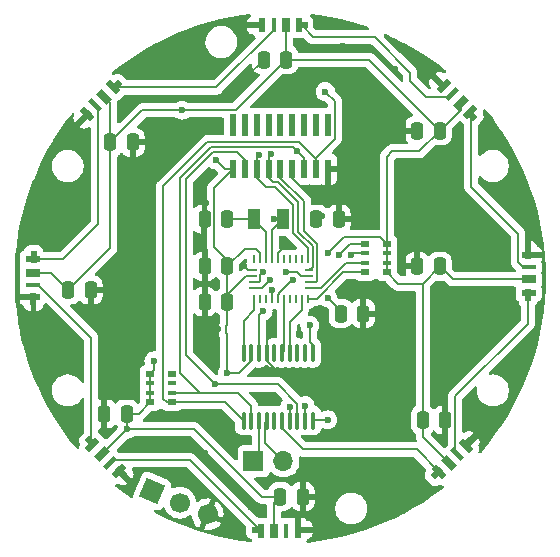
<source format=gbr>
%TF.GenerationSoftware,KiCad,Pcbnew,8.0.0*%
%TF.CreationDate,2024-05-13T13:59:27-05:00*%
%TF.ProjectId,GaussMouse_Sensor,47617573-734d-46f7-9573-655f53656e73,rev?*%
%TF.SameCoordinates,Original*%
%TF.FileFunction,Copper,L1,Top*%
%TF.FilePolarity,Positive*%
%FSLAX46Y46*%
G04 Gerber Fmt 4.6, Leading zero omitted, Abs format (unit mm)*
G04 Created by KiCad (PCBNEW 8.0.0) date 2024-05-13 13:59:27*
%MOMM*%
%LPD*%
G01*
G04 APERTURE LIST*
G04 Aperture macros list*
%AMRoundRect*
0 Rectangle with rounded corners*
0 $1 Rounding radius*
0 $2 $3 $4 $5 $6 $7 $8 $9 X,Y pos of 4 corners*
0 Add a 4 corners polygon primitive as box body*
4,1,4,$2,$3,$4,$5,$6,$7,$8,$9,$2,$3,0*
0 Add four circle primitives for the rounded corners*
1,1,$1+$1,$2,$3*
1,1,$1+$1,$4,$5*
1,1,$1+$1,$6,$7*
1,1,$1+$1,$8,$9*
0 Add four rect primitives between the rounded corners*
20,1,$1+$1,$2,$3,$4,$5,0*
20,1,$1+$1,$4,$5,$6,$7,0*
20,1,$1+$1,$6,$7,$8,$9,0*
20,1,$1+$1,$8,$9,$2,$3,0*%
%AMHorizOval*
0 Thick line with rounded ends*
0 $1 width*
0 $2 $3 position (X,Y) of the first rounded end (center of the circle)*
0 $4 $5 position (X,Y) of the second rounded end (center of the circle)*
0 Add line between two ends*
20,1,$1,$2,$3,$4,$5,0*
0 Add two circle primitives to create the rounded ends*
1,1,$1,$2,$3*
1,1,$1,$4,$5*%
%AMRotRect*
0 Rectangle, with rotation*
0 The origin of the aperture is its center*
0 $1 length*
0 $2 width*
0 $3 Rotation angle, in degrees counterclockwise*
0 Add horizontal line*
21,1,$1,$2,0,0,$3*%
G04 Aperture macros list end*
%TA.AperFunction,SMDPad,CuDef*%
%ADD10R,0.600000X1.650000*%
%TD*%
%TA.AperFunction,SMDPad,CuDef*%
%ADD11R,0.600000X1.850000*%
%TD*%
%TA.AperFunction,SMDPad,CuDef*%
%ADD12R,1.000000X1.800000*%
%TD*%
%TA.AperFunction,SMDPad,CuDef*%
%ADD13RoundRect,0.100000X-0.100000X0.637500X-0.100000X-0.637500X0.100000X-0.637500X0.100000X0.637500X0*%
%TD*%
%TA.AperFunction,SMDPad,CuDef*%
%ADD14R,0.254000X0.675000*%
%TD*%
%TA.AperFunction,SMDPad,CuDef*%
%ADD15R,0.675000X0.254000*%
%TD*%
%TA.AperFunction,SMDPad,CuDef*%
%ADD16R,0.800000X0.500000*%
%TD*%
%TA.AperFunction,SMDPad,CuDef*%
%ADD17R,0.800000X0.400000*%
%TD*%
%TA.AperFunction,ComponentPad*%
%ADD18R,1.700000X1.700000*%
%TD*%
%TA.AperFunction,ComponentPad*%
%ADD19O,1.700000X1.700000*%
%TD*%
%TA.AperFunction,ComponentPad*%
%ADD20RotRect,1.700000X1.700000X67.000000*%
%TD*%
%TA.AperFunction,ComponentPad*%
%ADD21HorizOval,1.700000X0.000000X0.000000X0.000000X0.000000X0*%
%TD*%
%TA.AperFunction,SMDPad,CuDef*%
%ADD22RotRect,1.000000X0.550000X225.000000*%
%TD*%
%TA.AperFunction,SMDPad,CuDef*%
%ADD23RotRect,0.550000X1.200000X225.000000*%
%TD*%
%TA.AperFunction,SMDPad,CuDef*%
%ADD24RotRect,0.700000X1.200000X225.000000*%
%TD*%
%TA.AperFunction,SMDPad,CuDef*%
%ADD25RotRect,0.450000X1.200000X225.000000*%
%TD*%
%TA.AperFunction,SMDPad,CuDef*%
%ADD26R,1.000000X0.550000*%
%TD*%
%TA.AperFunction,SMDPad,CuDef*%
%ADD27R,0.550000X1.200000*%
%TD*%
%TA.AperFunction,SMDPad,CuDef*%
%ADD28R,0.700000X1.200000*%
%TD*%
%TA.AperFunction,SMDPad,CuDef*%
%ADD29R,0.450000X1.200000*%
%TD*%
%TA.AperFunction,SMDPad,CuDef*%
%ADD30RotRect,1.000000X0.550000X135.000000*%
%TD*%
%TA.AperFunction,SMDPad,CuDef*%
%ADD31RotRect,0.550000X1.200000X135.000000*%
%TD*%
%TA.AperFunction,SMDPad,CuDef*%
%ADD32RotRect,0.450000X1.200000X135.000000*%
%TD*%
%TA.AperFunction,SMDPad,CuDef*%
%ADD33RotRect,0.700000X1.200000X135.000000*%
%TD*%
%TA.AperFunction,SMDPad,CuDef*%
%ADD34R,0.550000X1.000000*%
%TD*%
%TA.AperFunction,SMDPad,CuDef*%
%ADD35R,1.200000X0.550000*%
%TD*%
%TA.AperFunction,SMDPad,CuDef*%
%ADD36R,1.200000X0.700000*%
%TD*%
%TA.AperFunction,SMDPad,CuDef*%
%ADD37R,1.200000X0.450000*%
%TD*%
%TA.AperFunction,SMDPad,CuDef*%
%ADD38RotRect,1.000000X0.550000X45.000000*%
%TD*%
%TA.AperFunction,SMDPad,CuDef*%
%ADD39RotRect,0.550000X1.200000X45.000000*%
%TD*%
%TA.AperFunction,SMDPad,CuDef*%
%ADD40RotRect,0.450000X1.200000X45.000000*%
%TD*%
%TA.AperFunction,SMDPad,CuDef*%
%ADD41RotRect,0.700000X1.200000X45.000000*%
%TD*%
%TA.AperFunction,SMDPad,CuDef*%
%ADD42RotRect,1.000000X0.550000X315.000000*%
%TD*%
%TA.AperFunction,SMDPad,CuDef*%
%ADD43RotRect,0.550000X1.200000X315.000000*%
%TD*%
%TA.AperFunction,SMDPad,CuDef*%
%ADD44RotRect,0.700000X1.200000X315.000000*%
%TD*%
%TA.AperFunction,SMDPad,CuDef*%
%ADD45RotRect,0.450000X1.200000X315.000000*%
%TD*%
%TA.AperFunction,SMDPad,CuDef*%
%ADD46RoundRect,0.250000X0.250000X0.475000X-0.250000X0.475000X-0.250000X-0.475000X0.250000X-0.475000X0*%
%TD*%
%TA.AperFunction,SMDPad,CuDef*%
%ADD47RoundRect,0.250000X-0.250000X-0.475000X0.250000X-0.475000X0.250000X0.475000X-0.250000X0.475000X0*%
%TD*%
%TA.AperFunction,ViaPad*%
%ADD48C,0.600000*%
%TD*%
%TA.AperFunction,Conductor*%
%ADD49C,0.200000*%
%TD*%
G04 APERTURE END LIST*
D10*
%TO.P,J4,1,Pin_1*%
%TO.N,VCC*%
X133999999Y-84750000D03*
D11*
%TO.P,J4,1A*%
%TO.N,N/C*%
X133999999Y-81000000D03*
D10*
%TO.P,J4,2,Pin_2*%
%TO.N,SWIO*%
X135000000Y-84750000D03*
D11*
%TO.P,J4,2A*%
%TO.N,N/C*%
X135000000Y-81000000D03*
D10*
%TO.P,J4,3,Pin_3*%
%TO.N,MISO*%
X136000000Y-84750000D03*
D11*
%TO.P,J4,3A*%
%TO.N,N/C*%
X136000000Y-81000000D03*
D10*
%TO.P,J4,4,Pin_4*%
%TO.N,CLK*%
X137000000Y-84750000D03*
D11*
%TO.P,J4,4A*%
%TO.N,N/C*%
X137000000Y-81000000D03*
D10*
%TO.P,J4,5,Pin_5*%
%TO.N,MOSI*%
X137999984Y-84750000D03*
D11*
%TO.P,J4,5A*%
%TO.N,N/C*%
X137999984Y-81000000D03*
D10*
%TO.P,J4,6,Pin_6*%
%TO.N,VSS*%
X139000000Y-84750000D03*
D11*
%TO.P,J4,6A*%
%TO.N,N/C*%
X139000000Y-81000000D03*
D10*
%TO.P,J4,7,Pin_7*%
%TO.N,SCL*%
X140000000Y-84750000D03*
D11*
%TO.P,J4,7A*%
%TO.N,N/C*%
X140000000Y-81000000D03*
D10*
%TO.P,J4,8,Pin_8*%
%TO.N,SDA*%
X141000000Y-84750000D03*
D11*
%TO.P,J4,8A*%
%TO.N,N/C*%
X141000000Y-81000000D03*
D10*
%TO.P,J4,9,Pin_9*%
%TO.N,VSS*%
X142000000Y-84750000D03*
D11*
%TO.P,J4,9A*%
%TO.N,N/C*%
X142000000Y-81000000D03*
%TD*%
D12*
%TO.P,Y1,1,1*%
%TO.N,Net-(U1-XOUT32{slash}CLKSEL1)*%
X138250000Y-89000000D03*
%TO.P,Y1,2,2*%
%TO.N,Net-(U1-XIN32)*%
X135750000Y-89000000D03*
%TD*%
D13*
%TO.P,U2,1,PD4*%
%TO.N,CS*%
X140737500Y-100325000D03*
%TO.P,U2,2,PD5*%
%TO.N,PD5*%
X140087500Y-100325000D03*
%TO.P,U2,3,PD6*%
%TO.N,PD6*%
X139437500Y-100325000D03*
%TO.P,U2,4,PD7*%
%TO.N,IntN*%
X138787500Y-100325000D03*
%TO.P,U2,5,PA1*%
%TO.N,NRST*%
X138137500Y-100325000D03*
%TO.P,U2,6,PA2*%
%TO.N,unconnected-(U2-PA2-Pad6)*%
X137487500Y-100325000D03*
%TO.P,U2,7,VSS*%
%TO.N,VSS*%
X136837500Y-100325000D03*
%TO.P,U2,8,PD0*%
%TO.N,PS1*%
X136187500Y-100325000D03*
%TO.P,U2,9,VCC*%
%TO.N,VCC*%
X135537500Y-100325000D03*
%TO.P,U2,10,PC0*%
%TO.N,PS0*%
X134887500Y-100325000D03*
%TO.P,U2,11,PC1*%
%TO.N,SDA*%
X134887500Y-106050000D03*
%TO.P,U2,12,PC2*%
%TO.N,SCL*%
X135537500Y-106050000D03*
%TO.P,U2,13,PC3*%
%TO.N,PC3*%
X136187500Y-106050000D03*
%TO.P,U2,14,PC4*%
%TO.N,PC4*%
X136837500Y-106050000D03*
%TO.P,U2,15,PC5*%
%TO.N,unconnected-(U2-PC5-Pad15)*%
X137487500Y-106050000D03*
%TO.P,U2,16,PC6*%
%TO.N,WS2812*%
X138137500Y-106050000D03*
%TO.P,U2,17,PC7*%
%TO.N,Right*%
X138787500Y-106050000D03*
%TO.P,U2,18,SWIO*%
%TO.N,SWIO*%
X139437500Y-106050000D03*
%TO.P,U2,19,PD2*%
%TO.N,Center*%
X140087500Y-106050000D03*
%TO.P,U2,20,PD3*%
%TO.N,Left*%
X140737500Y-106050000D03*
%TD*%
D14*
%TO.P,U1,1,RESV_NC*%
%TO.N,unconnected-(U1-RESV_NC-Pad1)*%
X135807500Y-92410000D03*
D15*
%TO.P,U1,2,GND*%
%TO.N,VSS*%
X135670000Y-93322500D03*
%TO.P,U1,3,VDD*%
%TO.N,VCC*%
X135670000Y-93822500D03*
%TO.P,U1,4,BOOTN*%
%TO.N,Boot85*%
X135670000Y-94322500D03*
%TO.P,U1,5,PS1*%
%TO.N,PS1*%
X135670000Y-94822500D03*
D14*
%TO.P,U1,6,PS0/WAKE*%
%TO.N,PS0*%
X135807500Y-95735000D03*
%TO.P,U1,7,RESV_NC*%
%TO.N,unconnected-(U1-RESV_NC-Pad7)*%
X136307500Y-95735000D03*
%TO.P,U1,8,RESV_NC*%
%TO.N,unconnected-(U1-RESV_NC-Pad8)*%
X136807500Y-95735000D03*
%TO.P,U1,9,CAP*%
%TO.N,Net-(U1-CAP)*%
X137307500Y-95735000D03*
%TO.P,U1,10,CLKSEL0*%
%TO.N,ClkSel*%
X137807500Y-95735000D03*
%TO.P,U1,11,NRST*%
%TO.N,NRST*%
X138307500Y-95735000D03*
%TO.P,U1,12,RESV_NC*%
%TO.N,unconnected-(U1-RESV_NC-Pad12)*%
X138807500Y-95735000D03*
%TO.P,U1,13,RESV_NC*%
%TO.N,unconnected-(U1-RESV_NC-Pad13)*%
X139307500Y-95735000D03*
%TO.P,U1,14,H_INTN*%
%TO.N,IntN*%
X139807500Y-95735000D03*
%TO.P,U1,15,ENV_SCL*%
%TO.N,Env_SCL*%
X140307500Y-95735000D03*
D15*
%TO.P,U1,16,ENV_SDA*%
%TO.N,Env_SDA*%
X140445000Y-94822500D03*
%TO.P,U1,17,SA0/H_MOSI*%
%TO.N,MOSI*%
X140445000Y-94322500D03*
%TO.P,U1,18,H_CSN*%
%TO.N,CS*%
X140445000Y-93822500D03*
%TO.P,U1,19,H_SCL/SCK/RX*%
%TO.N,CLK*%
X140445000Y-93322500D03*
D14*
%TO.P,U1,20,H_SDA/H_MISO/TX*%
%TO.N,MISO*%
X140307500Y-92410000D03*
%TO.P,U1,21,RESV_NC*%
%TO.N,unconnected-(U1-RESV_NC-Pad21)*%
X139807500Y-92410000D03*
%TO.P,U1,22,RESV_NC*%
%TO.N,unconnected-(U1-RESV_NC-Pad22)*%
X139307500Y-92410000D03*
%TO.P,U1,23,RESV_NC*%
%TO.N,unconnected-(U1-RESV_NC-Pad23)*%
X138807500Y-92410000D03*
%TO.P,U1,24,RESV_NC*%
%TO.N,unconnected-(U1-RESV_NC-Pad24)*%
X138307500Y-92410000D03*
%TO.P,U1,25,GND*%
%TO.N,VSS*%
X137807500Y-92410000D03*
%TO.P,U1,26,XOUT32/CLKSEL1*%
%TO.N,Net-(U1-XOUT32{slash}CLKSEL1)*%
X137307500Y-92410000D03*
%TO.P,U1,27,XIN32*%
%TO.N,Net-(U1-XIN32)*%
X136807500Y-92410000D03*
%TO.P,U1,28,VDDIO*%
%TO.N,VCC*%
X136307500Y-92410000D03*
%TD*%
D16*
%TO.P,RN2,1,R1.1*%
%TO.N,SDA*%
X128800000Y-104500000D03*
D17*
%TO.P,RN2,2,R2.1*%
%TO.N,SCL*%
X128800000Y-103700000D03*
%TO.P,RN2,3,R3.1*%
%TO.N,unconnected-(RN2-R3.1-Pad3)*%
X128800000Y-102900000D03*
D16*
%TO.P,RN2,4,R4.1*%
%TO.N,unconnected-(RN2-R4.1-Pad4)*%
X128800000Y-102100000D03*
%TO.P,RN2,5,R4.2*%
%TO.N,VCC*%
X127000000Y-102100000D03*
D17*
%TO.P,RN2,6,R3.2*%
X127000000Y-102900000D03*
%TO.P,RN2,7,R2.2*%
X127000000Y-103700000D03*
D16*
%TO.P,RN2,8,R1.2*%
X127000000Y-104500000D03*
%TD*%
%TO.P,RN1,1,R1.1*%
%TO.N,Boot85*%
X145200000Y-91100000D03*
D17*
%TO.P,RN1,2,R2.1*%
%TO.N,PS1*%
X145200000Y-91900000D03*
%TO.P,RN1,3,R3.1*%
%TO.N,Env_SDA*%
X145200000Y-92700000D03*
D16*
%TO.P,RN1,4,R4.1*%
%TO.N,Env_SCL*%
X145200000Y-93500000D03*
%TO.P,RN1,5,R4.2*%
%TO.N,VCC*%
X147000000Y-93500000D03*
D17*
%TO.P,RN1,6,R3.2*%
X147000000Y-92700000D03*
%TO.P,RN1,7,R2.2*%
X147000000Y-91900000D03*
D16*
%TO.P,RN1,8,R1.2*%
X147000000Y-91100000D03*
%TD*%
D18*
%TO.P,J2,1,Pin_1*%
%TO.N,PC3*%
X135725000Y-109500000D03*
D19*
%TO.P,J2,2,Pin_2*%
%TO.N,PC4*%
X138265000Y-109500000D03*
%TD*%
D20*
%TO.P,J1,1,Pin_1*%
%TO.N,VCC*%
X127161916Y-112007543D03*
D21*
%TO.P,J1,2,Pin_2*%
%TO.N,SWIO*%
X129500000Y-113000000D03*
%TO.P,J1,3,Pin_3*%
%TO.N,VSS*%
X131838080Y-113992457D03*
%TD*%
D22*
%TO.P,D5,1,DIN*%
%TO.N,Net-(D4-DOUT)*%
X124077656Y-77748023D03*
D23*
X123865524Y-77854089D03*
D24*
%TO.P,D5,2,VDD*%
%TO.N,VCC*%
X123070028Y-78649584D03*
D25*
%TO.P,D5,3,DOUT*%
%TO.N,Net-(D5-DOUT)*%
X122345244Y-79374368D03*
D23*
%TO.P,D5,4,VSS*%
%TO.N,VSS*%
X121638137Y-80081475D03*
D22*
X121525000Y-80286536D03*
%TD*%
D26*
%TO.P,D4,1,DIN*%
%TO.N,Net-(D3-DOUT)*%
X139800000Y-72600000D03*
D27*
X139575000Y-72525000D03*
D28*
%TO.P,D4,2,VDD*%
%TO.N,VCC*%
X138450000Y-72525000D03*
D29*
%TO.P,D4,3,DOUT*%
%TO.N,Net-(D4-DOUT)*%
X137425000Y-72525000D03*
D27*
%TO.P,D4,4,VSS*%
%TO.N,VSS*%
X136425000Y-72525000D03*
D26*
X136200000Y-72590000D03*
%TD*%
D30*
%TO.P,D3,4,VSS*%
%TO.N,VSS*%
X151628464Y-77599530D03*
D31*
X151833525Y-77712667D03*
D32*
%TO.P,D3,3,DOUT*%
%TO.N,Net-(D3-DOUT)*%
X152540632Y-78419774D03*
D33*
%TO.P,D3,2,VDD*%
%TO.N,VCC*%
X153265416Y-79144558D03*
D31*
%TO.P,D3,1,DIN*%
%TO.N,Net-(D2-DOUT)*%
X154060911Y-79940054D03*
D30*
X154166977Y-80152186D03*
%TD*%
D34*
%TO.P,D2,1,DIN*%
%TO.N,Net-(D1-DOUT)*%
X158950000Y-95440000D03*
D35*
X159025000Y-95215000D03*
D36*
%TO.P,D2,2,VDD*%
%TO.N,VCC*%
X159025000Y-94090000D03*
D37*
%TO.P,D2,3,DOUT*%
%TO.N,Net-(D2-DOUT)*%
X159025000Y-93065000D03*
D35*
%TO.P,D2,4,VSS*%
%TO.N,VSS*%
X159025000Y-92065000D03*
D34*
X158960000Y-91840000D03*
%TD*%
D38*
%TO.P,D1,4,VSS*%
%TO.N,VSS*%
X153815470Y-107993464D03*
D39*
X153702333Y-108198525D03*
D40*
%TO.P,D1,3,DOUT*%
%TO.N,Net-(D1-DOUT)*%
X152995226Y-108905632D03*
D41*
%TO.P,D1,2,VDD*%
%TO.N,VCC*%
X152270442Y-109630416D03*
D39*
%TO.P,D1,1,DIN*%
%TO.N,WS2812*%
X151474946Y-110425911D03*
D38*
X151262814Y-110531977D03*
%TD*%
D26*
%TO.P,D8,1,DIN*%
%TO.N,Net-(D7-DOUT)*%
X136125000Y-115305000D03*
D27*
X136350000Y-115380000D03*
D28*
%TO.P,D8,2,VDD*%
%TO.N,VCC*%
X137475000Y-115380000D03*
D29*
%TO.P,D8,3,DOUT*%
%TO.N,unconnected-(D8-DOUT-Pad3)*%
X138500000Y-115380000D03*
D27*
%TO.P,D8,4,VSS*%
%TO.N,VSS*%
X139500000Y-115380000D03*
D26*
X139725000Y-115315000D03*
%TD*%
D42*
%TO.P,D7,1,DIN*%
%TO.N,Net-(D6-DOUT)*%
X121986487Y-107890000D03*
D43*
X122092553Y-108102132D03*
D44*
%TO.P,D7,2,VDD*%
%TO.N,VCC*%
X122888048Y-108897628D03*
D45*
%TO.P,D7,3,DOUT*%
%TO.N,Net-(D7-DOUT)*%
X123612832Y-109622412D03*
D43*
%TO.P,D7,4,VSS*%
%TO.N,VSS*%
X124319939Y-110329519D03*
D42*
X124525000Y-110442656D03*
%TD*%
D34*
%TO.P,D6,1,DIN*%
%TO.N,Net-(D5-DOUT)*%
X117110000Y-92190000D03*
D35*
X117035000Y-92415000D03*
D36*
%TO.P,D6,2,VDD*%
%TO.N,VCC*%
X117035000Y-93540000D03*
D37*
%TO.P,D6,3,DOUT*%
%TO.N,Net-(D6-DOUT)*%
X117035000Y-94565000D03*
D35*
%TO.P,D6,4,VSS*%
%TO.N,VSS*%
X117035000Y-95565000D03*
D34*
X117100000Y-95790000D03*
%TD*%
D46*
%TO.P,C13,1*%
%TO.N,VSS*%
X151950000Y-106000000D03*
%TO.P,C13,2*%
%TO.N,VCC*%
X150050000Y-106000000D03*
%TD*%
%TO.P,C12,1*%
%TO.N,VSS*%
X139900000Y-112500000D03*
%TO.P,C12,2*%
%TO.N,VCC*%
X138000000Y-112500000D03*
%TD*%
D47*
%TO.P,C11,1*%
%TO.N,VSS*%
X123100000Y-105500000D03*
%TO.P,C11,2*%
%TO.N,VCC*%
X125000000Y-105500000D03*
%TD*%
%TO.P,C10,1*%
%TO.N,Net-(U1-CAP)*%
X143100000Y-97000000D03*
%TO.P,C10,2*%
%TO.N,VSS*%
X145000000Y-97000000D03*
%TD*%
D46*
%TO.P,C9,1*%
%TO.N,VCC*%
X133500000Y-96000000D03*
%TO.P,C9,2*%
%TO.N,VSS*%
X131600000Y-96000000D03*
%TD*%
%TO.P,C8,1*%
%TO.N,VCC*%
X133500000Y-93000000D03*
%TO.P,C8,2*%
%TO.N,VSS*%
X131600000Y-93000000D03*
%TD*%
%TO.P,C7,1*%
%TO.N,Net-(U1-XIN32)*%
X133500000Y-89000000D03*
%TO.P,C7,2*%
%TO.N,VSS*%
X131600000Y-89000000D03*
%TD*%
D47*
%TO.P,C6,1*%
%TO.N,Net-(U1-XOUT32{slash}CLKSEL1)*%
X141050000Y-89000000D03*
%TO.P,C6,2*%
%TO.N,VSS*%
X142950000Y-89000000D03*
%TD*%
D46*
%TO.P,C5,1*%
%TO.N,VSS*%
X121950000Y-95000000D03*
%TO.P,C5,2*%
%TO.N,VCC*%
X120050000Y-95000000D03*
%TD*%
%TO.P,C4,1*%
%TO.N,VSS*%
X125500000Y-82500000D03*
%TO.P,C4,2*%
%TO.N,VCC*%
X123600000Y-82500000D03*
%TD*%
D47*
%TO.P,C3,1*%
%TO.N,VSS*%
X136600000Y-75500000D03*
%TO.P,C3,2*%
%TO.N,VCC*%
X138500000Y-75500000D03*
%TD*%
%TO.P,C2,1*%
%TO.N,VSS*%
X149600000Y-81500000D03*
%TO.P,C2,2*%
%TO.N,VCC*%
X151500000Y-81500000D03*
%TD*%
%TO.P,C1,1*%
%TO.N,VSS*%
X149600000Y-93000000D03*
%TO.P,C1,2*%
%TO.N,VCC*%
X151500000Y-93000000D03*
%TD*%
D48*
%TO.N,VSS*%
X134900000Y-93000000D03*
X138400000Y-91300000D03*
X131700000Y-87600000D03*
X131400000Y-91400000D03*
X142900000Y-86500000D03*
X144900000Y-89000000D03*
%TO.N,Left*%
X142000000Y-106000000D03*
%TO.N,Center*%
X140100000Y-104800000D03*
%TO.N,Right*%
X138800000Y-104900000D03*
%TO.N,VSS*%
X118000000Y-99600000D03*
X119500000Y-89600000D03*
X120800000Y-81900000D03*
X127800000Y-81900000D03*
X128600000Y-76000000D03*
X127100000Y-78800000D03*
X135100000Y-77100000D03*
X139800000Y-74200000D03*
X141900000Y-72700000D03*
X145100000Y-79000000D03*
X143300000Y-74300000D03*
X147700000Y-76300000D03*
X149500000Y-75200000D03*
X130500000Y-111300000D03*
X131600000Y-108800000D03*
X135500000Y-113400000D03*
X147100000Y-110400000D03*
X141700000Y-110400000D03*
X124600000Y-100300000D03*
X125200000Y-99700000D03*
X126200000Y-99100000D03*
X127200000Y-98900000D03*
X144500000Y-102900000D03*
X143700000Y-101800000D03*
X142900000Y-100300000D03*
X132756301Y-98269071D03*
X141800000Y-98800000D03*
X139600000Y-98700000D03*
X137100000Y-98700000D03*
X127000000Y-88000000D03*
X126000000Y-91000000D03*
X125000000Y-96000000D03*
X124000000Y-101000000D03*
X132000000Y-106000000D03*
X137000000Y-104000000D03*
X139000000Y-102000000D03*
X145000000Y-104000000D03*
X151000000Y-90000000D03*
X157000000Y-96000000D03*
X152000000Y-95000000D03*
X159000000Y-88000000D03*
%TO.N,SCL*%
X139450000Y-83250000D03*
%TO.N,SDA*%
X141800000Y-78200000D03*
%TO.N,CLK*%
X137200000Y-83500000D03*
%TO.N,MISO*%
X136200000Y-83600000D03*
%TO.N,VCC*%
X125000000Y-106785676D03*
%TO.N,SWIO*%
X132500000Y-103000000D03*
%TO.N,VCC*%
X133500000Y-102000000D03*
X127300000Y-101000000D03*
X142000000Y-91900000D03*
X129700000Y-79775000D03*
X132540380Y-83990380D03*
%TO.N,CS*%
X140500000Y-98000000D03*
X138500000Y-93500000D03*
%TO.N,PS1*%
X136535355Y-96774264D03*
%TO.N,Boot85*%
X136504893Y-93500502D03*
X143000000Y-92000000D03*
%TO.N,PS1*%
X144000000Y-92000000D03*
X137142178Y-94150502D03*
%TO.N,Net-(U1-XOUT32{slash}CLKSEL1)*%
X141500000Y-88749998D03*
X137500000Y-89000000D03*
%TO.N,ClkSel*%
X139106043Y-94150000D03*
%TO.N,Net-(U1-CAP)*%
X142000000Y-95650000D03*
X137320142Y-94981666D03*
%TD*%
D49*
%TO.N,VSS*%
X135222500Y-93322500D02*
X134900000Y-93000000D01*
X135670000Y-93322500D02*
X135222500Y-93322500D01*
X137807500Y-91892500D02*
X138400000Y-91300000D01*
X137807500Y-92410000D02*
X137807500Y-91892500D01*
X131600000Y-87700000D02*
X131700000Y-87600000D01*
X131600000Y-89000000D02*
X131600000Y-87700000D01*
X131400000Y-89200000D02*
X131600000Y-89000000D01*
X131400000Y-91400000D02*
X131400000Y-89200000D01*
X131600000Y-91600000D02*
X131400000Y-91400000D01*
X131600000Y-93000000D02*
X131600000Y-91600000D01*
X131600000Y-96000000D02*
X131600000Y-93000000D01*
X140025000Y-86500000D02*
X142900000Y-86500000D01*
X139000000Y-84750000D02*
X139000000Y-85475000D01*
X139000000Y-85475000D02*
X140025000Y-86500000D01*
%TO.N,Left*%
X142000000Y-106000000D02*
X140787500Y-106000000D01*
X140787500Y-106000000D02*
X140737500Y-106050000D01*
%TO.N,SCL*%
X132145836Y-82900000D02*
X139100000Y-82900000D01*
X131200000Y-103700000D02*
X129500000Y-102000000D01*
%TO.N,VCC*%
X133999999Y-84750000D02*
X133300000Y-84750000D01*
%TO.N,SWIO*%
X135000000Y-84750000D02*
X135000000Y-84025001D01*
X130000000Y-100500000D02*
X132500000Y-103000000D01*
%TO.N,SCL*%
X139100000Y-82900000D02*
X139450000Y-83250000D01*
%TO.N,SWIO*%
X132271141Y-83340380D02*
X130000000Y-85611521D01*
%TO.N,SCL*%
X129500000Y-85545836D02*
X132145836Y-82900000D01*
%TO.N,SWIO*%
X135000000Y-84025001D02*
X134315379Y-83340380D01*
%TO.N,VCC*%
X133300000Y-84750000D02*
X132540380Y-83990380D01*
%TO.N,SWIO*%
X134315379Y-83340380D02*
X132271141Y-83340380D01*
%TO.N,VCC*%
X133500000Y-98732987D02*
X133500000Y-102000000D01*
X133386252Y-98080761D02*
X133386252Y-98619239D01*
%TO.N,SCL*%
X129500000Y-102000000D02*
X129500000Y-85545836D01*
%TO.N,VCC*%
X133500000Y-96000000D02*
X133500000Y-97967013D01*
%TO.N,SWIO*%
X130000000Y-85611521D02*
X130000000Y-100500000D01*
%TO.N,VCC*%
X133386252Y-98619239D02*
X133500000Y-98732987D01*
%TO.N,Center*%
X140087500Y-104812500D02*
X140100000Y-104800000D01*
X140087500Y-106050000D02*
X140087500Y-104812500D01*
%TO.N,VCC*%
X133500000Y-97967013D02*
X133386252Y-98080761D01*
%TO.N,Right*%
X138800000Y-106037500D02*
X138787500Y-106050000D01*
X138800000Y-104900000D02*
X138800000Y-106037500D01*
%TO.N,SWIO*%
X139437500Y-104618261D02*
X139437500Y-106050000D01*
X132500000Y-103000000D02*
X137819239Y-103000000D01*
X137819239Y-103000000D02*
X139437500Y-104618261D01*
%TO.N,VSS*%
X136600000Y-75500000D02*
X135100000Y-77000000D01*
X135100000Y-77000000D02*
X135100000Y-77100000D01*
%TO.N,VCC*%
X147480761Y-83258974D02*
X149741026Y-83258974D01*
X147000000Y-83739735D02*
X147480761Y-83258974D01*
X149741026Y-83258974D02*
X151500000Y-81500000D01*
X147000000Y-91100000D02*
X147000000Y-83739735D01*
%TO.N,SDA*%
X142600000Y-80100000D02*
X142600000Y-79000000D01*
X142600000Y-82225000D02*
X142600000Y-80100000D01*
%TO.N,VSS*%
X137856544Y-102000000D02*
X139000000Y-102000000D01*
X136837500Y-100980956D02*
X137856544Y-102000000D01*
X136837500Y-100325000D02*
X136837500Y-100980956D01*
X136837500Y-98962500D02*
X136837500Y-100325000D01*
X137100000Y-98700000D02*
X136837500Y-98962500D01*
%TO.N,SCL*%
X140000000Y-83800000D02*
X139450000Y-83250000D01*
X140000000Y-84750000D02*
X140000000Y-83800000D01*
%TO.N,SDA*%
X141000000Y-83880761D02*
X141000000Y-84750000D01*
X139619239Y-82500000D02*
X141000000Y-83880761D01*
X128100000Y-86200000D02*
X131800000Y-82500000D01*
X128400000Y-104500000D02*
X128100000Y-104200000D01*
X128100000Y-104200000D02*
X128100000Y-86200000D01*
X131800000Y-82500000D02*
X139619239Y-82500000D01*
X128800000Y-104500000D02*
X128400000Y-104500000D01*
X141000000Y-83825000D02*
X142600000Y-82225000D01*
X141000000Y-84750000D02*
X141000000Y-83825000D01*
X142600000Y-79000000D02*
X141800000Y-78200000D01*
%TO.N,CLK*%
X137000000Y-83700000D02*
X137200000Y-83500000D01*
X137000000Y-84750000D02*
X137000000Y-83700000D01*
%TO.N,MISO*%
X136000000Y-83800000D02*
X136200000Y-83600000D01*
X136000000Y-84750000D02*
X136000000Y-83800000D01*
%TO.N,VCC*%
X130710676Y-106785676D02*
X125000000Y-106785676D01*
X136425000Y-112500000D02*
X130710676Y-106785676D01*
X138000000Y-112500000D02*
X136425000Y-112500000D01*
X138000000Y-112500000D02*
X137475000Y-113025000D01*
X137475000Y-113025000D02*
X137475000Y-115380000D01*
X133500000Y-102000000D02*
X134518456Y-102000000D01*
X134518456Y-102000000D02*
X135537500Y-100980956D01*
X135537500Y-100980956D02*
X135537500Y-100325000D01*
X127300000Y-101800000D02*
X127000000Y-102100000D01*
X127300000Y-101000000D02*
X127300000Y-101800000D01*
X146450000Y-90550000D02*
X143350000Y-90550000D01*
X143350000Y-90550000D02*
X142000000Y-91900000D01*
X147000000Y-91100000D02*
X146450000Y-90550000D01*
X132400000Y-91400000D02*
X132400000Y-86349999D01*
X132400000Y-86349999D02*
X133999999Y-84750000D01*
X133550000Y-92950000D02*
X133550000Y-92550000D01*
X133500000Y-93000000D02*
X133550000Y-92950000D01*
X133550000Y-92550000D02*
X132400000Y-91400000D01*
X133500000Y-96000000D02*
X133500000Y-93000000D01*
X123600000Y-82500000D02*
X123600000Y-91450000D01*
X123600000Y-91450000D02*
X120050000Y-95000000D01*
X129700000Y-79775000D02*
X126325000Y-79775000D01*
X134225000Y-79775000D02*
X129700000Y-79775000D01*
X126325000Y-79775000D02*
X123600000Y-82500000D01*
X138500000Y-75500000D02*
X134225000Y-79775000D01*
X145500000Y-75500000D02*
X138500000Y-75500000D01*
X151500000Y-81500000D02*
X145500000Y-75500000D01*
X147950000Y-94450000D02*
X150050000Y-94450000D01*
X147000000Y-93500000D02*
X147950000Y-94450000D01*
X147000000Y-91100000D02*
X147000000Y-93500000D01*
X150050000Y-94450000D02*
X151500000Y-93000000D01*
X150050000Y-106000000D02*
X150050000Y-94450000D01*
%TO.N,SCL*%
X131200000Y-103700000D02*
X134400000Y-103700000D01*
X128800000Y-103700000D02*
X131200000Y-103700000D01*
%TO.N,SDA*%
X133337500Y-104500000D02*
X128800000Y-104500000D01*
X134887500Y-106050000D02*
X133337500Y-104500000D01*
%TO.N,SCL*%
X135537500Y-104837500D02*
X135537500Y-106050000D01*
X134400000Y-103700000D02*
X135537500Y-104837500D01*
%TO.N,VCC*%
X127000000Y-104500000D02*
X127000000Y-102100000D01*
X126000000Y-105500000D02*
X127000000Y-104500000D01*
X125000000Y-105500000D02*
X126000000Y-105500000D01*
X125000000Y-106785676D02*
X122888048Y-108897628D01*
X125000000Y-105500000D02*
X125000000Y-106785676D01*
X118590000Y-93540000D02*
X117035000Y-93540000D01*
X120050000Y-95000000D02*
X118590000Y-93540000D01*
X123600000Y-79179556D02*
X123070028Y-78649584D01*
X123600000Y-82500000D02*
X123600000Y-79179556D01*
X138450000Y-72525000D02*
X138450000Y-75450000D01*
X138450000Y-75450000D02*
X138500000Y-75500000D01*
X153265416Y-79734584D02*
X151500000Y-81500000D01*
X153265416Y-79144558D02*
X153265416Y-79734584D01*
X152590000Y-94090000D02*
X151500000Y-93000000D01*
X159025000Y-94090000D02*
X152590000Y-94090000D01*
X152270442Y-109630416D02*
X150050000Y-107409974D01*
X150050000Y-107409974D02*
X150050000Y-106000000D01*
%TO.N,Net-(D7-DOUT)*%
X123824443Y-109410801D02*
X130380801Y-109410801D01*
X130380801Y-109410801D02*
X136350000Y-115380000D01*
X123612832Y-109622412D02*
X123824443Y-109410801D01*
%TO.N,Net-(D6-DOUT)*%
X121986487Y-99041487D02*
X121986487Y-107890000D01*
X117035000Y-94565000D02*
X117510000Y-94565000D01*
X117510000Y-94565000D02*
X121986487Y-99041487D01*
%TO.N,Net-(D5-DOUT)*%
X119585000Y-92415000D02*
X117035000Y-92415000D01*
X122556855Y-89443145D02*
X119585000Y-92415000D01*
X122345244Y-79374368D02*
X122556855Y-79585979D01*
X122556855Y-79585979D02*
X122556855Y-89443145D01*
%TO.N,Net-(D4-DOUT)*%
X132570911Y-77854089D02*
X123865524Y-77854089D01*
X137425000Y-73000000D02*
X132570911Y-77854089D01*
X137425000Y-72525000D02*
X137425000Y-73000000D01*
%TO.N,Net-(D3-DOUT)*%
X140800000Y-73600000D02*
X139800000Y-72600000D01*
X146000000Y-73600000D02*
X140800000Y-73600000D01*
X149000000Y-76600000D02*
X146000000Y-73600000D01*
X149000000Y-77300000D02*
X149000000Y-76600000D01*
X152329021Y-78631385D02*
X150331385Y-78631385D01*
X150331385Y-78631385D02*
X149000000Y-77300000D01*
X152540632Y-78419774D02*
X152329021Y-78631385D01*
%TO.N,Net-(D2-DOUT)*%
X158125000Y-92640000D02*
X158125000Y-90225000D01*
X158125000Y-90225000D02*
X154166977Y-86266977D01*
X158550000Y-93065000D02*
X158125000Y-92640000D01*
X154166977Y-86266977D02*
X154166977Y-80152186D01*
X159025000Y-93065000D02*
X158550000Y-93065000D01*
%TO.N,Net-(D1-DOUT)*%
X158950000Y-97850000D02*
X158950000Y-95440000D01*
X152783615Y-104016385D02*
X158950000Y-97850000D01*
X152783615Y-108694021D02*
X152783615Y-104016385D01*
X152995226Y-108905632D02*
X152783615Y-108694021D01*
%TO.N,WS2812*%
X139931544Y-108500000D02*
X149549035Y-108500000D01*
X138137500Y-106705956D02*
X139931544Y-108500000D01*
X149549035Y-108500000D02*
X151474946Y-110425911D01*
X138137500Y-106050000D02*
X138137500Y-106705956D01*
%TO.N,CS*%
X140737500Y-99669044D02*
X140737500Y-100325000D01*
X140500000Y-99431544D02*
X140737500Y-99669044D01*
X140500000Y-98000000D02*
X140500000Y-99431544D01*
%TO.N,PS1*%
X136187500Y-97122119D02*
X136535355Y-96774264D01*
X136187500Y-100325000D02*
X136187500Y-97122119D01*
%TO.N,CS*%
X139429290Y-93500000D02*
X138500000Y-93500000D01*
X140445000Y-93822500D02*
X139751790Y-93822500D01*
X139751790Y-93822500D02*
X139429290Y-93500000D01*
%TO.N,ClkSel*%
X138967844Y-94150000D02*
X139106043Y-94150000D01*
X137807500Y-95426690D02*
X137880500Y-95353690D01*
X137880500Y-95353690D02*
X137880500Y-95237344D01*
X137807500Y-95735000D02*
X137807500Y-95426690D01*
X137880500Y-95237344D02*
X138967844Y-94150000D01*
%TO.N,PC4*%
X136687500Y-107922500D02*
X138265000Y-109500000D01*
X136687500Y-106200000D02*
X136687500Y-107922500D01*
X136837500Y-106050000D02*
X136687500Y-106200000D01*
%TO.N,PC3*%
X136187500Y-109037500D02*
X135725000Y-109500000D01*
X136187500Y-106050000D02*
X136187500Y-109037500D01*
%TO.N,Boot85*%
X136307500Y-94249500D02*
X136234500Y-94322500D01*
X136504893Y-93500502D02*
X136307500Y-93697895D01*
%TO.N,Net-(U1-CAP)*%
X137307500Y-95104815D02*
X137320142Y-95092173D01*
X137320142Y-95092173D02*
X137320142Y-94981666D01*
X137307500Y-95735000D02*
X137307500Y-95104815D01*
%TO.N,PS1*%
X135670000Y-94822500D02*
X136470180Y-94822500D01*
%TO.N,Boot85*%
X136307500Y-93697895D02*
X136307500Y-94249500D01*
X136234500Y-94322500D02*
X135670000Y-94322500D01*
X143900000Y-91100000D02*
X143000000Y-92000000D01*
%TO.N,PS1*%
X136470180Y-94822500D02*
X137142178Y-94150502D01*
%TO.N,Boot85*%
X145200000Y-91100000D02*
X143900000Y-91100000D01*
%TO.N,PS1*%
X144100000Y-91900000D02*
X144000000Y-92000000D01*
X145200000Y-91900000D02*
X144100000Y-91900000D01*
%TO.N,Env_SCL*%
X141066471Y-95735000D02*
X140307500Y-95735000D01*
X143301471Y-93500000D02*
X141066471Y-95735000D01*
X145200000Y-93500000D02*
X143301471Y-93500000D01*
%TO.N,Env_SDA*%
X141413285Y-94822500D02*
X140445000Y-94822500D01*
X143535785Y-92700000D02*
X141413285Y-94822500D01*
%TO.N,Net-(U1-CAP)*%
X143100000Y-97000000D02*
X143100000Y-96750000D01*
X143100000Y-96750000D02*
X142000000Y-95650000D01*
%TO.N,Env_SDA*%
X145200000Y-92700000D02*
X143535785Y-92700000D01*
%TO.N,MOSI*%
X137999984Y-85474984D02*
X137999984Y-84750000D01*
X140000000Y-90000000D02*
X140000000Y-87475000D01*
%TO.N,CLK*%
X137000000Y-85475016D02*
X137000000Y-84750000D01*
X137399984Y-85875000D02*
X137000000Y-85475016D01*
X139500000Y-90065686D02*
X139500000Y-87540686D01*
X139500000Y-87540686D02*
X137834314Y-85875000D01*
X137834314Y-85875000D02*
X137399984Y-85875000D01*
X140734500Y-91300186D02*
X139500000Y-90065686D01*
%TO.N,MOSI*%
X140000000Y-87475000D02*
X137999984Y-85474984D01*
%TO.N,CLK*%
X140445000Y-93322500D02*
X140734500Y-93033000D01*
X140734500Y-93033000D02*
X140734500Y-91300186D01*
%TO.N,Net-(U1-XOUT32{slash}CLKSEL1)*%
X141300002Y-88749998D02*
X141050000Y-89000000D01*
X141500000Y-88749998D02*
X141300002Y-88749998D01*
%TO.N,MOSI*%
X141134500Y-91134500D02*
X140000000Y-90000000D01*
X141134500Y-94197500D02*
X141134500Y-91134500D01*
X140445000Y-94322500D02*
X141009500Y-94322500D01*
X141009500Y-94322500D02*
X141134500Y-94197500D01*
%TO.N,MISO*%
X136000000Y-85475000D02*
X136000000Y-84750000D01*
X137525000Y-86275000D02*
X136800000Y-86275000D01*
X136800000Y-86275000D02*
X136000000Y-85475000D01*
X139050000Y-87800000D02*
X137525000Y-86275000D01*
X139050000Y-90181372D02*
X139050000Y-87800000D01*
X140307500Y-91438872D02*
X139050000Y-90181372D01*
X140307500Y-92410000D02*
X140307500Y-91438872D01*
%TO.N,Net-(U1-XOUT32{slash}CLKSEL1)*%
X138250000Y-89000000D02*
X137500000Y-89000000D01*
%TO.N,PS0*%
X135807500Y-96692500D02*
X135807500Y-95735000D01*
X134887500Y-100325000D02*
X134887500Y-97612500D01*
X134887500Y-97612500D02*
X135807500Y-96692500D01*
%TO.N,IntN*%
X139807500Y-96692500D02*
X139807500Y-95735000D01*
X138787500Y-97712500D02*
X139807500Y-96692500D01*
X138787500Y-100325000D02*
X138787500Y-97712500D01*
%TO.N,NRST*%
X138287500Y-95755000D02*
X138287500Y-100175000D01*
X138307500Y-95735000D02*
X138287500Y-95755000D01*
X138287500Y-100175000D02*
X138137500Y-100325000D01*
%TO.N,VCC*%
X133500000Y-95428000D02*
X133500000Y-96000000D01*
X135105500Y-93822500D02*
X133500000Y-95428000D01*
X135670000Y-93822500D02*
X135105500Y-93822500D01*
X135962000Y-91500000D02*
X135000000Y-91500000D01*
X136307500Y-91845500D02*
X135962000Y-91500000D01*
X136307500Y-92410000D02*
X136307500Y-91845500D01*
X135000000Y-91500000D02*
X133500000Y-93000000D01*
%TO.N,Net-(U1-XIN32)*%
X135750000Y-89000000D02*
X133500000Y-89000000D01*
%TO.N,Net-(U1-XOUT32{slash}CLKSEL1)*%
X138250000Y-89000000D02*
X137307500Y-89942500D01*
X137307500Y-89942500D02*
X137307500Y-92410000D01*
%TO.N,Net-(U1-XIN32)*%
X136807500Y-90057500D02*
X136807500Y-92410000D01*
X135750000Y-89000000D02*
X136807500Y-90057500D01*
%TD*%
%TA.AperFunction,Conductor*%
%TO.N,VSS*%
G36*
X139740621Y-109070525D02*
G01*
X139790438Y-109083874D01*
X139852486Y-109100500D01*
X139852487Y-109100500D01*
X149248938Y-109100500D01*
X149315977Y-109120185D01*
X149336619Y-109136819D01*
X150314262Y-110114462D01*
X150347747Y-110175785D01*
X150348992Y-110187370D01*
X150349319Y-110187324D01*
X150360777Y-110267021D01*
X150350833Y-110336179D01*
X150328708Y-110368060D01*
X150329056Y-110368372D01*
X150329133Y-110368434D01*
X150329129Y-110368438D01*
X150329262Y-110368557D01*
X150327047Y-110371022D01*
X150289427Y-110417704D01*
X150289426Y-110417706D01*
X150229641Y-110548616D01*
X150229640Y-110548620D01*
X150209160Y-110691076D01*
X150229640Y-110833531D01*
X150229641Y-110833535D01*
X150289427Y-110964446D01*
X150289428Y-110964447D01*
X150289429Y-110964449D01*
X150327048Y-111011132D01*
X150327051Y-111011135D01*
X150327056Y-111011141D01*
X150683733Y-111367816D01*
X150783659Y-111467742D01*
X150830342Y-111505362D01*
X150830343Y-111505362D01*
X150830345Y-111505364D01*
X150961255Y-111565149D01*
X150961256Y-111565149D01*
X150961258Y-111565150D01*
X151103715Y-111585631D01*
X151246172Y-111565150D01*
X151372247Y-111507573D01*
X151384144Y-111502140D01*
X151384722Y-111503407D01*
X151444057Y-111487126D01*
X151493362Y-111498311D01*
X151562298Y-111529794D01*
X151704756Y-111550276D01*
X151708946Y-111549673D01*
X151713138Y-111550276D01*
X151713625Y-111550276D01*
X151713625Y-111550346D01*
X151778101Y-111559612D01*
X151830908Y-111605363D01*
X151850597Y-111672401D01*
X151830917Y-111739442D01*
X151803619Y-111769588D01*
X151608496Y-111924241D01*
X151604359Y-111927381D01*
X150845979Y-112478377D01*
X150841715Y-112481341D01*
X150060903Y-113000111D01*
X150056517Y-113002894D01*
X149254690Y-113488498D01*
X149250192Y-113491095D01*
X148428725Y-113942700D01*
X148424123Y-113945106D01*
X147584468Y-114361914D01*
X147579768Y-114364126D01*
X146723371Y-114745418D01*
X146718583Y-114747430D01*
X145847018Y-115092507D01*
X145842151Y-115094318D01*
X144956865Y-115402608D01*
X144951925Y-115404213D01*
X144054496Y-115675163D01*
X144049493Y-115676559D01*
X143141533Y-115909683D01*
X143136477Y-115910869D01*
X142219561Y-116105766D01*
X142214459Y-116106740D01*
X141290133Y-116263078D01*
X141284995Y-116263836D01*
X140354986Y-116381324D01*
X140349807Y-116381868D01*
X140348829Y-116381950D01*
X140347473Y-116382064D01*
X140279024Y-116368046D01*
X140229019Y-116319248D01*
X140213335Y-116251161D01*
X140220936Y-116215165D01*
X140240816Y-116161862D01*
X140282686Y-116105928D01*
X140328492Y-116084515D01*
X140332380Y-116083596D01*
X140467086Y-116033354D01*
X140467093Y-116033350D01*
X140582187Y-115947190D01*
X140582190Y-115947187D01*
X140668350Y-115832093D01*
X140668354Y-115832086D01*
X140718596Y-115697379D01*
X140718598Y-115697372D01*
X140724999Y-115637844D01*
X140725000Y-115637824D01*
X140725000Y-115565000D01*
X139750000Y-115565000D01*
X139721319Y-115593681D01*
X139659996Y-115627166D01*
X139633638Y-115630000D01*
X139349500Y-115630000D01*
X139282461Y-115610315D01*
X139236706Y-115557511D01*
X139225500Y-115506000D01*
X139225499Y-115140862D01*
X139245183Y-115073823D01*
X139250000Y-115067845D01*
X139250000Y-114280000D01*
X139750000Y-114280000D01*
X139750000Y-115065000D01*
X140725000Y-115065000D01*
X140725000Y-114992172D01*
X140724999Y-114992155D01*
X140718598Y-114932627D01*
X140718596Y-114932620D01*
X140668354Y-114797913D01*
X140668350Y-114797906D01*
X140582190Y-114682812D01*
X140582187Y-114682809D01*
X140467093Y-114596649D01*
X140467086Y-114596645D01*
X140332379Y-114546403D01*
X140332372Y-114546401D01*
X140269525Y-114539644D01*
X140269691Y-114538091D01*
X140209618Y-114516842D01*
X140182964Y-114490637D01*
X140132187Y-114422809D01*
X140017093Y-114336649D01*
X140017086Y-114336645D01*
X139882379Y-114286403D01*
X139882372Y-114286401D01*
X139822844Y-114280000D01*
X139750000Y-114280000D01*
X139250000Y-114280000D01*
X139177155Y-114280000D01*
X139117627Y-114286401D01*
X139117617Y-114286403D01*
X139019046Y-114323168D01*
X138949355Y-114328152D01*
X138932381Y-114323168D01*
X138832486Y-114285910D01*
X138832485Y-114285909D01*
X138832483Y-114285909D01*
X138772873Y-114279500D01*
X138772863Y-114279500D01*
X138227129Y-114279500D01*
X138227120Y-114279501D01*
X138212752Y-114281046D01*
X138143993Y-114268639D01*
X138092857Y-114221027D01*
X138075500Y-114157756D01*
X138075500Y-113849499D01*
X138095185Y-113782460D01*
X138147989Y-113736705D01*
X138199500Y-113725499D01*
X138300002Y-113725499D01*
X138300008Y-113725499D01*
X138402797Y-113714999D01*
X138569334Y-113659814D01*
X138718656Y-113567712D01*
X138842712Y-113443656D01*
X138844752Y-113440347D01*
X138846745Y-113438555D01*
X138847193Y-113437989D01*
X138847289Y-113438065D01*
X138896694Y-113393623D01*
X138965656Y-113382395D01*
X139029740Y-113410234D01*
X139055829Y-113440339D01*
X139057681Y-113443341D01*
X139057683Y-113443344D01*
X139181654Y-113567315D01*
X139330875Y-113659356D01*
X139330880Y-113659358D01*
X139497302Y-113714505D01*
X139497309Y-113714506D01*
X139600019Y-113724999D01*
X139649999Y-113724998D01*
X139650000Y-113724998D01*
X139650000Y-112750000D01*
X140150000Y-112750000D01*
X140150000Y-113724999D01*
X140199972Y-113724999D01*
X140199986Y-113724998D01*
X140302697Y-113714505D01*
X140469119Y-113659358D01*
X140469124Y-113659356D01*
X140555162Y-113606287D01*
X142649500Y-113606287D01*
X142682754Y-113816243D01*
X142724624Y-113945106D01*
X142748444Y-114018414D01*
X142844951Y-114207820D01*
X142969890Y-114379786D01*
X143120213Y-114530109D01*
X143292179Y-114655048D01*
X143292181Y-114655049D01*
X143292184Y-114655051D01*
X143481588Y-114751557D01*
X143683757Y-114817246D01*
X143893713Y-114850500D01*
X143893714Y-114850500D01*
X144106286Y-114850500D01*
X144106287Y-114850500D01*
X144316243Y-114817246D01*
X144518412Y-114751557D01*
X144707816Y-114655051D01*
X144788206Y-114596645D01*
X144879786Y-114530109D01*
X144879788Y-114530106D01*
X144879792Y-114530104D01*
X145030104Y-114379792D01*
X145030106Y-114379788D01*
X145030109Y-114379786D01*
X145155048Y-114207820D01*
X145155047Y-114207820D01*
X145155051Y-114207816D01*
X145251557Y-114018412D01*
X145317246Y-113816243D01*
X145350500Y-113606287D01*
X145350500Y-113393713D01*
X145317246Y-113183757D01*
X145251557Y-112981588D01*
X145155051Y-112792184D01*
X145155049Y-112792181D01*
X145155048Y-112792179D01*
X145030109Y-112620213D01*
X144879786Y-112469890D01*
X144707820Y-112344951D01*
X144518414Y-112248444D01*
X144518413Y-112248443D01*
X144518412Y-112248443D01*
X144316243Y-112182754D01*
X144316241Y-112182753D01*
X144316240Y-112182753D01*
X144154957Y-112157208D01*
X144106287Y-112149500D01*
X143893713Y-112149500D01*
X143845042Y-112157208D01*
X143683760Y-112182753D01*
X143481585Y-112248444D01*
X143292179Y-112344951D01*
X143120213Y-112469890D01*
X142969890Y-112620213D01*
X142844951Y-112792179D01*
X142748444Y-112981585D01*
X142748443Y-112981587D01*
X142748443Y-112981588D01*
X142741959Y-113001544D01*
X142682753Y-113183760D01*
X142674573Y-113235408D01*
X142649500Y-113393713D01*
X142649500Y-113606287D01*
X140555162Y-113606287D01*
X140618345Y-113567315D01*
X140742315Y-113443345D01*
X140834356Y-113294124D01*
X140834358Y-113294119D01*
X140889505Y-113127697D01*
X140889506Y-113127690D01*
X140899999Y-113024986D01*
X140900000Y-113024973D01*
X140900000Y-112750000D01*
X140150000Y-112750000D01*
X139650000Y-112750000D01*
X139650000Y-111275000D01*
X140150000Y-111275000D01*
X140150000Y-112250000D01*
X140899999Y-112250000D01*
X140899999Y-111975028D01*
X140899998Y-111975013D01*
X140889505Y-111872302D01*
X140834358Y-111705880D01*
X140834356Y-111705875D01*
X140742315Y-111556654D01*
X140618345Y-111432684D01*
X140469124Y-111340643D01*
X140469119Y-111340641D01*
X140302697Y-111285494D01*
X140302690Y-111285493D01*
X140199986Y-111275000D01*
X140150000Y-111275000D01*
X139650000Y-111275000D01*
X139649999Y-111274999D01*
X139600029Y-111275000D01*
X139600011Y-111275001D01*
X139497302Y-111285494D01*
X139330880Y-111340641D01*
X139330875Y-111340643D01*
X139181654Y-111432684D01*
X139057683Y-111556655D01*
X139057679Y-111556660D01*
X139055826Y-111559665D01*
X139054018Y-111561290D01*
X139053202Y-111562323D01*
X139053025Y-111562183D01*
X139003874Y-111606385D01*
X138934911Y-111617601D01*
X138870831Y-111589752D01*
X138844753Y-111559653D01*
X138844728Y-111559612D01*
X138842712Y-111556344D01*
X138718656Y-111432288D01*
X138569334Y-111340186D01*
X138402797Y-111285001D01*
X138402795Y-111285000D01*
X138300010Y-111274500D01*
X137699998Y-111274500D01*
X137699980Y-111274501D01*
X137597203Y-111285000D01*
X137597200Y-111285001D01*
X137430668Y-111340185D01*
X137430663Y-111340187D01*
X137281342Y-111432289D01*
X137157289Y-111556342D01*
X137065187Y-111705663D01*
X137065185Y-111705668D01*
X137029121Y-111814504D01*
X136989348Y-111871949D01*
X136924833Y-111898772D01*
X136911415Y-111899500D01*
X136725098Y-111899500D01*
X136658059Y-111879815D01*
X136637417Y-111863181D01*
X135836416Y-111062180D01*
X135802931Y-111000857D01*
X135807915Y-110931165D01*
X135849787Y-110875232D01*
X135915251Y-110850815D01*
X135924097Y-110850499D01*
X136622871Y-110850499D01*
X136622872Y-110850499D01*
X136682483Y-110844091D01*
X136817331Y-110793796D01*
X136932546Y-110707546D01*
X137018796Y-110592331D01*
X137067810Y-110460916D01*
X137109681Y-110404984D01*
X137175145Y-110380566D01*
X137243418Y-110395417D01*
X137271673Y-110416569D01*
X137393599Y-110538495D01*
X137482860Y-110600996D01*
X137587165Y-110674032D01*
X137587167Y-110674033D01*
X137587170Y-110674035D01*
X137801337Y-110773903D01*
X138029592Y-110835063D01*
X138209634Y-110850815D01*
X138264999Y-110855659D01*
X138265000Y-110855659D01*
X138265001Y-110855659D01*
X138320366Y-110850815D01*
X138500408Y-110835063D01*
X138728663Y-110773903D01*
X138942830Y-110674035D01*
X139136401Y-110538495D01*
X139303495Y-110371401D01*
X139439035Y-110177830D01*
X139538903Y-109963663D01*
X139600063Y-109735408D01*
X139620659Y-109500000D01*
X139600063Y-109264592D01*
X139588756Y-109222393D01*
X139590419Y-109152545D01*
X139629581Y-109094682D01*
X139693810Y-109067178D01*
X139740621Y-109070525D01*
G37*
%TD.AperFunction*%
%TA.AperFunction,Conductor*%
G36*
X130147743Y-110030986D02*
G01*
X130168385Y-110047620D01*
X135088181Y-114967416D01*
X135121666Y-115028739D01*
X135124500Y-115055097D01*
X135124500Y-115627870D01*
X135124501Y-115627876D01*
X135130908Y-115687483D01*
X135181202Y-115822328D01*
X135181206Y-115822335D01*
X135267452Y-115937544D01*
X135267455Y-115937547D01*
X135382664Y-116023793D01*
X135382671Y-116023797D01*
X135524785Y-116076802D01*
X135524297Y-116078108D01*
X135577765Y-116108550D01*
X135604720Y-116151326D01*
X135621125Y-116195311D01*
X135626109Y-116265002D01*
X135592623Y-116326325D01*
X135531300Y-116359810D01*
X135489402Y-116361665D01*
X134715004Y-116263836D01*
X134709866Y-116263078D01*
X133785540Y-116106740D01*
X133780438Y-116105766D01*
X132863522Y-115910869D01*
X132858466Y-115909683D01*
X131950506Y-115676559D01*
X131945503Y-115675163D01*
X131610503Y-115574020D01*
X131552014Y-115535799D01*
X131530396Y-115487493D01*
X131490227Y-115514774D01*
X131420380Y-115516547D01*
X131416444Y-115515430D01*
X131048074Y-115404213D01*
X131043147Y-115402612D01*
X130623968Y-115256638D01*
X130157848Y-115094318D01*
X130152981Y-115092507D01*
X129281416Y-114747430D01*
X129276628Y-114745418D01*
X128420231Y-114364126D01*
X128415531Y-114361914D01*
X127575876Y-113945106D01*
X127571274Y-113942700D01*
X127363108Y-113828260D01*
X127313844Y-113778714D01*
X127299187Y-113710399D01*
X127323790Y-113645004D01*
X127379843Y-113603293D01*
X127449549Y-113598508D01*
X127458819Y-113600931D01*
X127466611Y-113603293D01*
X127518106Y-113618904D01*
X127661886Y-113625296D01*
X127801642Y-113590921D01*
X127926054Y-113518565D01*
X128019320Y-113420125D01*
X128079716Y-113385000D01*
X128149516Y-113388102D01*
X128206559Y-113428450D01*
X128223553Y-113458874D01*
X128223809Y-113458756D01*
X128225433Y-113462239D01*
X128225847Y-113462980D01*
X128226090Y-113463648D01*
X128325965Y-113677830D01*
X128325967Y-113677834D01*
X128381499Y-113757141D01*
X128461505Y-113871401D01*
X128628599Y-114038495D01*
X128688057Y-114080128D01*
X128822165Y-114174032D01*
X128822167Y-114174033D01*
X128822170Y-114174035D01*
X129036337Y-114273903D01*
X129036343Y-114273904D01*
X129036344Y-114273905D01*
X129081148Y-114285910D01*
X129264592Y-114335063D01*
X129452918Y-114351539D01*
X129499999Y-114355659D01*
X129500000Y-114355659D01*
X129500001Y-114355659D01*
X129539234Y-114352226D01*
X129735408Y-114335063D01*
X129963663Y-114273903D01*
X130177830Y-114174035D01*
X130304349Y-114085445D01*
X130370553Y-114063118D01*
X130438320Y-114080128D01*
X130486133Y-114131075D01*
X130498999Y-114176211D01*
X130503510Y-114227773D01*
X130503512Y-114227783D01*
X130564646Y-114455940D01*
X130564650Y-114455949D01*
X130664479Y-114670035D01*
X130799974Y-114863539D01*
X130967000Y-115030566D01*
X131089444Y-115116301D01*
X131436938Y-114297658D01*
X131437981Y-114299464D01*
X131531073Y-114392556D01*
X131645087Y-114458382D01*
X131772254Y-114492457D01*
X131897431Y-114492457D01*
X131549263Y-115312692D01*
X131563735Y-115342364D01*
X131567538Y-115364764D01*
X131580100Y-115350489D01*
X131647288Y-115331316D01*
X131657151Y-115331784D01*
X131838079Y-115347614D01*
X131838082Y-115347614D01*
X132073395Y-115327026D01*
X132073406Y-115327024D01*
X132301563Y-115265890D01*
X132301572Y-115265886D01*
X132515658Y-115166057D01*
X132709162Y-115030562D01*
X132876188Y-114863537D01*
X132961925Y-114741091D01*
X132143282Y-114393597D01*
X132145087Y-114392556D01*
X132238179Y-114299464D01*
X132304005Y-114185450D01*
X132338080Y-114058283D01*
X132338080Y-113933103D01*
X133158314Y-114281272D01*
X133172648Y-114227780D01*
X133172649Y-114227772D01*
X133193237Y-113992458D01*
X133193237Y-113992455D01*
X133172649Y-113757141D01*
X133172647Y-113757130D01*
X133111513Y-113528973D01*
X133111509Y-113528964D01*
X133011680Y-113314879D01*
X133011679Y-113314877D01*
X132876193Y-113121383D01*
X132876188Y-113121377D01*
X132709159Y-112954347D01*
X132586714Y-112868611D01*
X132239220Y-113687253D01*
X132238179Y-113685450D01*
X132145087Y-113592358D01*
X132031073Y-113526532D01*
X131903906Y-113492457D01*
X131778726Y-113492457D01*
X132126895Y-112672220D01*
X132073408Y-112657890D01*
X132073395Y-112657887D01*
X131838081Y-112637300D01*
X131838078Y-112637300D01*
X131602764Y-112657887D01*
X131602753Y-112657889D01*
X131374596Y-112719023D01*
X131374587Y-112719027D01*
X131160502Y-112818856D01*
X131160500Y-112818857D01*
X131034254Y-112907256D01*
X130968048Y-112929583D01*
X130900281Y-112912573D01*
X130852468Y-112861625D01*
X130839603Y-112816488D01*
X130837477Y-112792184D01*
X130835063Y-112764592D01*
X130773903Y-112536337D01*
X130674035Y-112322171D01*
X130622411Y-112248443D01*
X130538494Y-112128597D01*
X130371402Y-111961506D01*
X130371395Y-111961501D01*
X130177834Y-111825967D01*
X130177830Y-111825965D01*
X130056929Y-111769588D01*
X129963663Y-111726097D01*
X129963659Y-111726096D01*
X129963655Y-111726094D01*
X129735413Y-111664938D01*
X129735403Y-111664936D01*
X129500001Y-111644341D01*
X129499999Y-111644341D01*
X129264596Y-111664936D01*
X129264586Y-111664938D01*
X129036344Y-111726094D01*
X129036330Y-111726099D01*
X128949680Y-111766505D01*
X128880603Y-111776997D01*
X128816819Y-111748477D01*
X128778580Y-111690000D01*
X128773398Y-111648619D01*
X128779669Y-111507573D01*
X128752292Y-111396270D01*
X128745294Y-111367816D01*
X128672939Y-111243407D01*
X128672938Y-111243405D01*
X128672933Y-111243400D01*
X128568467Y-111144423D01*
X128568462Y-111144419D01*
X128516099Y-111115230D01*
X128516097Y-111115229D01*
X128516095Y-111115228D01*
X126863102Y-110413576D01*
X126863095Y-110413573D01*
X126863093Y-110413573D01*
X126805726Y-110396182D01*
X126805727Y-110396182D01*
X126661946Y-110389790D01*
X126661945Y-110389790D01*
X126522189Y-110424164D01*
X126397780Y-110496519D01*
X126397773Y-110496525D01*
X126298796Y-110600991D01*
X126298792Y-110600996D01*
X126269603Y-110653359D01*
X126269601Y-110653364D01*
X125620416Y-112182754D01*
X125567946Y-112306365D01*
X125550555Y-112363732D01*
X125543967Y-112511917D01*
X125521324Y-112578016D01*
X125466540Y-112621380D01*
X125397008Y-112628242D01*
X125351469Y-112609692D01*
X125255412Y-112545872D01*
X125158266Y-112481329D01*
X125154020Y-112478377D01*
X124996226Y-112363733D01*
X124395637Y-111927379D01*
X124391503Y-111924241D01*
X124068111Y-111667923D01*
X124027799Y-111610855D01*
X124024741Y-111541052D01*
X124059906Y-111480677D01*
X124122130Y-111448897D01*
X124127488Y-111448007D01*
X124232442Y-111432918D01*
X124290912Y-111406215D01*
X124360071Y-111396270D01*
X124407593Y-111413513D01*
X124411001Y-111415618D01*
X124541777Y-111475342D01*
X124541785Y-111475344D01*
X124684099Y-111495804D01*
X124826412Y-111475344D01*
X124826420Y-111475342D01*
X124957193Y-111415620D01*
X124957205Y-111415612D01*
X125003829Y-111378040D01*
X125003836Y-111378034D01*
X125009368Y-111372501D01*
X125009367Y-111372499D01*
X124054067Y-110417199D01*
X124020582Y-110355876D01*
X124025566Y-110286184D01*
X124054067Y-110241837D01*
X124232258Y-110063647D01*
X124293581Y-110030162D01*
X124363273Y-110035146D01*
X124407620Y-110063647D01*
X124479038Y-110135065D01*
X124519600Y-110135065D01*
X124586639Y-110154750D01*
X124607281Y-110171384D01*
X125408882Y-110972986D01*
X125408884Y-110972986D01*
X125460377Y-110921493D01*
X125497959Y-110874856D01*
X125497964Y-110874849D01*
X125557686Y-110744076D01*
X125557688Y-110744068D01*
X125578148Y-110601755D01*
X125557688Y-110459441D01*
X125557686Y-110459433D01*
X125497964Y-110328660D01*
X125497959Y-110328653D01*
X125458297Y-110279435D01*
X125459529Y-110278441D01*
X125432074Y-110221039D01*
X125431741Y-110183569D01*
X125441219Y-110117653D01*
X125470245Y-110054097D01*
X125529023Y-110016324D01*
X125563957Y-110011301D01*
X130080704Y-110011301D01*
X130147743Y-110030986D01*
G37*
%TD.AperFunction*%
%TA.AperFunction,Conductor*%
G36*
X130477618Y-107405861D02*
G01*
X130498259Y-107422494D01*
X136056284Y-112980520D01*
X136056286Y-112980521D01*
X136056290Y-112980524D01*
X136193209Y-113059573D01*
X136193216Y-113059577D01*
X136345943Y-113100501D01*
X136345945Y-113100501D01*
X136511654Y-113100501D01*
X136511670Y-113100500D01*
X136750500Y-113100500D01*
X136817539Y-113120185D01*
X136863294Y-113172989D01*
X136874500Y-113224500D01*
X136874500Y-114163131D01*
X136854815Y-114230170D01*
X136802011Y-114275925D01*
X136737246Y-114286421D01*
X136728875Y-114285521D01*
X136672873Y-114279500D01*
X136672867Y-114279500D01*
X136150097Y-114279500D01*
X136083058Y-114259815D01*
X136062416Y-114243181D01*
X130868391Y-109049156D01*
X130868389Y-109049153D01*
X130749518Y-108930282D01*
X130749517Y-108930281D01*
X130662705Y-108880161D01*
X130662705Y-108880160D01*
X130662701Y-108880159D01*
X130612586Y-108851224D01*
X130459858Y-108810300D01*
X130301744Y-108810300D01*
X130294148Y-108810300D01*
X130294132Y-108810301D01*
X124408424Y-108810301D01*
X124341385Y-108790616D01*
X124320743Y-108773982D01*
X124198060Y-108651299D01*
X124198053Y-108651292D01*
X124186793Y-108642218D01*
X124146947Y-108584825D01*
X124144455Y-108515000D01*
X124176919Y-108457990D01*
X125018535Y-107616374D01*
X125079856Y-107582891D01*
X125092311Y-107580839D01*
X125179255Y-107571044D01*
X125349522Y-107511465D01*
X125502262Y-107415492D01*
X125502267Y-107415486D01*
X125505097Y-107413231D01*
X125507275Y-107412341D01*
X125508158Y-107411787D01*
X125508255Y-107411941D01*
X125569783Y-107386821D01*
X125582412Y-107386176D01*
X130410579Y-107386176D01*
X130477618Y-107405861D01*
G37*
%TD.AperFunction*%
%TA.AperFunction,Conductor*%
G36*
X127987682Y-105036485D02*
G01*
X127999263Y-105049850D01*
X128042454Y-105107546D01*
X128055886Y-105117601D01*
X128157664Y-105193793D01*
X128157671Y-105193797D01*
X128292517Y-105244091D01*
X128292516Y-105244091D01*
X128299444Y-105244835D01*
X128352127Y-105250500D01*
X129247872Y-105250499D01*
X129307483Y-105244091D01*
X129442331Y-105193796D01*
X129500819Y-105150011D01*
X129533920Y-105125233D01*
X129599385Y-105100816D01*
X129608231Y-105100500D01*
X133037403Y-105100500D01*
X133104442Y-105120185D01*
X133125084Y-105136819D01*
X134150681Y-106162416D01*
X134184166Y-106223739D01*
X134187000Y-106250097D01*
X134187000Y-106726863D01*
X134202453Y-106844253D01*
X134202456Y-106844262D01*
X134262591Y-106989442D01*
X134262964Y-106990341D01*
X134359218Y-107115782D01*
X134484659Y-107212036D01*
X134630738Y-107272544D01*
X134748139Y-107288000D01*
X135026860Y-107287999D01*
X135026861Y-107287999D01*
X135039094Y-107286388D01*
X135144262Y-107272544D01*
X135165045Y-107263934D01*
X135234514Y-107256465D01*
X135259953Y-107263934D01*
X135280738Y-107272544D01*
X135398139Y-107288000D01*
X135463000Y-107287999D01*
X135530038Y-107307683D01*
X135575794Y-107360486D01*
X135587000Y-107411999D01*
X135587000Y-108025500D01*
X135567315Y-108092539D01*
X135514511Y-108138294D01*
X135463000Y-108149500D01*
X134827129Y-108149500D01*
X134827123Y-108149501D01*
X134767516Y-108155908D01*
X134632671Y-108206202D01*
X134632664Y-108206206D01*
X134517455Y-108292452D01*
X134517452Y-108292455D01*
X134431206Y-108407664D01*
X134431202Y-108407671D01*
X134380908Y-108542517D01*
X134374501Y-108602116D01*
X134374500Y-108602135D01*
X134374500Y-109300902D01*
X134354815Y-109367941D01*
X134302011Y-109413696D01*
X134232853Y-109423640D01*
X134169297Y-109394615D01*
X134162819Y-109388583D01*
X131198266Y-106424031D01*
X131198264Y-106424028D01*
X131079393Y-106305157D01*
X131079385Y-106305151D01*
X130977612Y-106246393D01*
X130977610Y-106246392D01*
X130942466Y-106226101D01*
X130942465Y-106226100D01*
X130929939Y-106222743D01*
X130789733Y-106185175D01*
X130631619Y-106185175D01*
X130624023Y-106185175D01*
X130624007Y-106185176D01*
X126463422Y-106185176D01*
X126396383Y-106165491D01*
X126350628Y-106112687D01*
X126340684Y-106043529D01*
X126369709Y-105979973D01*
X126375741Y-105973495D01*
X126480520Y-105868716D01*
X126480520Y-105868714D01*
X126490724Y-105858511D01*
X126490727Y-105858506D01*
X127062417Y-105286818D01*
X127123740Y-105253333D01*
X127150098Y-105250499D01*
X127447871Y-105250499D01*
X127447872Y-105250499D01*
X127507483Y-105244091D01*
X127642331Y-105193796D01*
X127757546Y-105107546D01*
X127800734Y-105049854D01*
X127856667Y-105007984D01*
X127926359Y-105003000D01*
X127987682Y-105036485D01*
G37*
%TD.AperFunction*%
%TA.AperFunction,Conductor*%
G36*
X155390688Y-79723458D02*
G01*
X155392520Y-79725621D01*
X155635321Y-80019118D01*
X155638547Y-80023188D01*
X155965355Y-80453742D01*
X156190911Y-80750902D01*
X156205306Y-80769866D01*
X156208348Y-80774054D01*
X156545743Y-81259500D01*
X156743354Y-81543825D01*
X156746223Y-81548143D01*
X157225939Y-82304055D01*
X157248526Y-82339645D01*
X157251216Y-82344088D01*
X157719924Y-83155914D01*
X157722426Y-83160465D01*
X158156723Y-83991199D01*
X158159033Y-83995851D01*
X158558179Y-84844080D01*
X158560291Y-84848825D01*
X158923550Y-85712985D01*
X158925462Y-85717814D01*
X159252223Y-86596445D01*
X159253931Y-86601350D01*
X159543610Y-87492890D01*
X159545111Y-87497862D01*
X159797198Y-88400737D01*
X159798490Y-88405768D01*
X160012553Y-89318432D01*
X160013633Y-89323512D01*
X160189289Y-90244332D01*
X160190155Y-90249453D01*
X160327096Y-91176811D01*
X160327747Y-91181963D01*
X160425736Y-92114267D01*
X160426170Y-92119443D01*
X160485029Y-93054986D01*
X160485247Y-93060175D01*
X160504879Y-93997403D01*
X160504879Y-94002597D01*
X160485247Y-94939824D01*
X160485029Y-94945013D01*
X160426170Y-95880556D01*
X160425736Y-95885732D01*
X160327747Y-96818036D01*
X160327096Y-96823188D01*
X160190155Y-97750546D01*
X160189289Y-97755667D01*
X160013633Y-98676487D01*
X160012553Y-98681567D01*
X159798490Y-99594231D01*
X159797198Y-99599262D01*
X159545111Y-100502137D01*
X159543610Y-100507109D01*
X159253931Y-101398649D01*
X159252223Y-101403554D01*
X158925462Y-102282185D01*
X158923550Y-102287014D01*
X158560291Y-103151174D01*
X158558179Y-103155919D01*
X158159033Y-104004148D01*
X158156723Y-104008800D01*
X157722426Y-104839534D01*
X157719924Y-104844085D01*
X157251216Y-105655911D01*
X157248526Y-105660354D01*
X156746228Y-106451849D01*
X156743354Y-106456174D01*
X156208359Y-107225931D01*
X156205306Y-107230133D01*
X155638547Y-107976811D01*
X155635321Y-107980882D01*
X155037769Y-108703198D01*
X155034375Y-108707129D01*
X154984434Y-108762594D01*
X154924947Y-108799243D01*
X154855090Y-108797912D01*
X154797042Y-108759026D01*
X154769232Y-108694929D01*
X154779491Y-108628109D01*
X154805730Y-108570655D01*
X154805732Y-108570648D01*
X154826192Y-108428335D01*
X154805732Y-108286025D01*
X154805731Y-108286019D01*
X154779028Y-108227549D01*
X154769084Y-108158391D01*
X154786330Y-108110865D01*
X154788433Y-108107459D01*
X154848156Y-107976686D01*
X154848158Y-107976678D01*
X154868618Y-107834365D01*
X154848158Y-107692051D01*
X154848156Y-107692043D01*
X154788434Y-107561270D01*
X154788429Y-107561263D01*
X154750852Y-107514632D01*
X154745315Y-107509095D01*
X154745314Y-107509095D01*
X153790013Y-108464396D01*
X153728690Y-108497881D01*
X153658998Y-108492897D01*
X153614651Y-108464396D01*
X153436461Y-108286206D01*
X153402976Y-108224883D01*
X153407960Y-108155191D01*
X153436461Y-108110844D01*
X153507879Y-108039426D01*
X153507879Y-107998863D01*
X153527564Y-107931824D01*
X153544198Y-107911182D01*
X154345800Y-107109580D01*
X154294301Y-107058081D01*
X154247670Y-107020504D01*
X154247663Y-107020499D01*
X154116890Y-106960777D01*
X154116882Y-106960775D01*
X153974569Y-106940315D01*
X153832255Y-106960775D01*
X153832247Y-106960777D01*
X153701474Y-107020499D01*
X153701467Y-107020504D01*
X153652249Y-107060167D01*
X153651280Y-107058964D01*
X153593688Y-107086416D01*
X153556384Y-107086722D01*
X153490468Y-107077245D01*
X153426913Y-107048220D01*
X153389138Y-106989442D01*
X153384115Y-106954507D01*
X153384115Y-104316481D01*
X153403800Y-104249442D01*
X153420429Y-104228805D01*
X154453790Y-103195443D01*
X154515111Y-103161960D01*
X154584803Y-103166944D01*
X154640736Y-103208816D01*
X154665153Y-103274280D01*
X154663943Y-103302523D01*
X154649500Y-103393713D01*
X154649500Y-103393718D01*
X154649500Y-103606286D01*
X154682110Y-103812181D01*
X154682754Y-103816243D01*
X154747214Y-104014631D01*
X154748444Y-104018414D01*
X154844951Y-104207820D01*
X154969890Y-104379786D01*
X155120213Y-104530109D01*
X155292179Y-104655048D01*
X155292181Y-104655049D01*
X155292184Y-104655051D01*
X155481588Y-104751557D01*
X155683757Y-104817246D01*
X155893713Y-104850500D01*
X155893714Y-104850500D01*
X156106286Y-104850500D01*
X156106287Y-104850500D01*
X156316243Y-104817246D01*
X156518412Y-104751557D01*
X156707816Y-104655051D01*
X156755029Y-104620749D01*
X156879786Y-104530109D01*
X156879788Y-104530106D01*
X156879792Y-104530104D01*
X157030104Y-104379792D01*
X157030106Y-104379788D01*
X157030109Y-104379786D01*
X157155048Y-104207820D01*
X157155047Y-104207820D01*
X157155051Y-104207816D01*
X157251557Y-104018412D01*
X157317246Y-103816243D01*
X157350500Y-103606287D01*
X157350500Y-103393713D01*
X157317246Y-103183757D01*
X157251557Y-102981588D01*
X157155051Y-102792184D01*
X157155049Y-102792181D01*
X157155048Y-102792179D01*
X157030109Y-102620213D01*
X156879786Y-102469890D01*
X156707820Y-102344951D01*
X156518414Y-102248444D01*
X156518413Y-102248443D01*
X156518412Y-102248443D01*
X156316243Y-102182754D01*
X156316241Y-102182753D01*
X156316240Y-102182753D01*
X156154221Y-102157092D01*
X156106287Y-102149500D01*
X155893713Y-102149500D01*
X155851006Y-102156264D01*
X155802523Y-102163943D01*
X155733229Y-102154988D01*
X155679777Y-102109992D01*
X155659138Y-102043240D01*
X155677863Y-101975927D01*
X155695440Y-101953793D01*
X159308506Y-98340728D01*
X159308511Y-98340724D01*
X159318714Y-98330520D01*
X159318716Y-98330520D01*
X159430520Y-98218716D01*
X159503091Y-98093019D01*
X159509577Y-98081785D01*
X159550500Y-97929058D01*
X159550500Y-97770943D01*
X159550500Y-96380955D01*
X159570185Y-96313916D01*
X159577495Y-96304844D01*
X159577231Y-96304646D01*
X159593173Y-96283350D01*
X159668796Y-96182331D01*
X159713941Y-96061290D01*
X159721802Y-96040215D01*
X159723108Y-96040702D01*
X159753547Y-95987237D01*
X159796326Y-95960279D01*
X159867326Y-95933798D01*
X159867326Y-95933797D01*
X159867331Y-95933796D01*
X159982546Y-95847546D01*
X160068796Y-95732331D01*
X160119091Y-95597483D01*
X160125500Y-95537873D01*
X160125499Y-94892128D01*
X160119091Y-94832517D01*
X160082096Y-94733330D01*
X160077113Y-94663642D01*
X160082092Y-94646680D01*
X160119091Y-94547483D01*
X160125500Y-94487873D01*
X160125499Y-93692128D01*
X160119091Y-93632517D01*
X160091421Y-93558332D01*
X160086438Y-93488642D01*
X160091420Y-93471672D01*
X160119091Y-93397483D01*
X160125500Y-93337873D01*
X160125499Y-92792128D01*
X160119091Y-92732517D01*
X160107585Y-92701669D01*
X160081831Y-92632618D01*
X160076847Y-92562927D01*
X160081831Y-92545951D01*
X160118597Y-92447376D01*
X160118598Y-92447372D01*
X160124999Y-92387844D01*
X160125000Y-92387827D01*
X160125000Y-92315000D01*
X158899000Y-92315000D01*
X158831961Y-92295315D01*
X158786206Y-92242511D01*
X158775000Y-92191000D01*
X158775000Y-92090000D01*
X158761819Y-92076819D01*
X158728334Y-92015496D01*
X158725500Y-91989138D01*
X158725500Y-90840000D01*
X159210000Y-90840000D01*
X159210000Y-91815000D01*
X160125000Y-91815000D01*
X160125000Y-91742172D01*
X160124999Y-91742155D01*
X160118598Y-91682627D01*
X160118596Y-91682620D01*
X160068354Y-91547913D01*
X160068350Y-91547906D01*
X159982190Y-91432812D01*
X159982187Y-91432809D01*
X159867091Y-91346648D01*
X159806859Y-91324182D01*
X159750926Y-91282311D01*
X159729516Y-91236509D01*
X159728598Y-91232624D01*
X159678354Y-91097913D01*
X159678350Y-91097906D01*
X159592190Y-90982812D01*
X159592187Y-90982809D01*
X159477093Y-90896649D01*
X159477086Y-90896645D01*
X159342379Y-90846403D01*
X159342372Y-90846401D01*
X159282844Y-90840000D01*
X159210000Y-90840000D01*
X158725500Y-90840000D01*
X158725500Y-90314060D01*
X158725501Y-90314047D01*
X158725501Y-90145945D01*
X158725501Y-90145943D01*
X158684577Y-89993215D01*
X158644422Y-89923665D01*
X158605520Y-89856284D01*
X158493716Y-89744480D01*
X158493715Y-89744479D01*
X158489385Y-89740149D01*
X158489374Y-89740139D01*
X154803796Y-86054561D01*
X154770311Y-85993238D01*
X154767477Y-85966880D01*
X154767477Y-85476735D01*
X154787162Y-85409696D01*
X154839966Y-85363941D01*
X154909124Y-85353997D01*
X154972680Y-85383022D01*
X154979158Y-85389054D01*
X155120213Y-85530109D01*
X155292179Y-85655048D01*
X155292181Y-85655049D01*
X155292184Y-85655051D01*
X155481588Y-85751557D01*
X155683757Y-85817246D01*
X155893713Y-85850500D01*
X155893714Y-85850500D01*
X156106286Y-85850500D01*
X156106287Y-85850500D01*
X156316243Y-85817246D01*
X156518412Y-85751557D01*
X156707816Y-85655051D01*
X156752118Y-85622864D01*
X156879786Y-85530109D01*
X156879788Y-85530106D01*
X156879792Y-85530104D01*
X157030104Y-85379792D01*
X157030106Y-85379788D01*
X157030109Y-85379786D01*
X157155048Y-85207820D01*
X157155047Y-85207820D01*
X157155051Y-85207816D01*
X157251557Y-85018412D01*
X157317246Y-84816243D01*
X157350500Y-84606287D01*
X157350500Y-84393713D01*
X157317246Y-84183757D01*
X157251557Y-83981588D01*
X157155051Y-83792184D01*
X157155049Y-83792181D01*
X157155048Y-83792179D01*
X157030109Y-83620213D01*
X156879786Y-83469890D01*
X156707820Y-83344951D01*
X156518414Y-83248444D01*
X156518413Y-83248443D01*
X156518412Y-83248443D01*
X156316243Y-83182754D01*
X156316241Y-83182753D01*
X156316240Y-83182753D01*
X156146783Y-83155914D01*
X156106287Y-83149500D01*
X155893713Y-83149500D01*
X155853217Y-83155914D01*
X155683760Y-83182753D01*
X155481585Y-83248444D01*
X155292179Y-83344951D01*
X155120213Y-83469890D01*
X155120209Y-83469894D01*
X154979158Y-83610946D01*
X154917835Y-83644431D01*
X154848143Y-83639447D01*
X154792210Y-83597575D01*
X154767793Y-83532111D01*
X154767477Y-83523265D01*
X154767477Y-81017968D01*
X154787162Y-80950929D01*
X154803796Y-80930287D01*
X154908871Y-80825212D01*
X155102742Y-80631341D01*
X155140362Y-80584658D01*
X155200150Y-80453742D01*
X155220631Y-80311285D01*
X155200150Y-80168828D01*
X155180047Y-80124809D01*
X155137140Y-80030856D01*
X155138405Y-80030278D01*
X155122126Y-79970933D01*
X155133310Y-79921639D01*
X155164794Y-79852702D01*
X155174238Y-79787014D01*
X155203262Y-79723459D01*
X155262040Y-79685684D01*
X155331910Y-79685684D01*
X155390688Y-79723458D01*
G37*
%TD.AperFunction*%
%TA.AperFunction,Conductor*%
G36*
X121681469Y-79787101D02*
G01*
X121725817Y-79815602D01*
X121904009Y-79993794D01*
X121937494Y-80055117D01*
X121932510Y-80124809D01*
X121904009Y-80169156D01*
X121832591Y-80240574D01*
X121832591Y-80281135D01*
X121812906Y-80348174D01*
X121796272Y-80368816D01*
X120994669Y-81170419D01*
X121046168Y-81221918D01*
X121092799Y-81259495D01*
X121092806Y-81259500D01*
X121223579Y-81319222D01*
X121223587Y-81319224D01*
X121365901Y-81339684D01*
X121508214Y-81319224D01*
X121508222Y-81319222D01*
X121638995Y-81259500D01*
X121639002Y-81259495D01*
X121688221Y-81219833D01*
X121689236Y-81221093D01*
X121746468Y-81193634D01*
X121784084Y-81193277D01*
X121850001Y-81202754D01*
X121913557Y-81231779D01*
X121951332Y-81290556D01*
X121956355Y-81325492D01*
X121956355Y-89143047D01*
X121936670Y-89210086D01*
X121920036Y-89230728D01*
X119372584Y-91778181D01*
X119311261Y-91811666D01*
X119284903Y-91814500D01*
X118075954Y-91814500D01*
X118008915Y-91794815D01*
X117999841Y-91787503D01*
X117999644Y-91787768D01*
X117992546Y-91782454D01*
X117935186Y-91739514D01*
X117893317Y-91683581D01*
X117886427Y-91645395D01*
X117885900Y-91645423D01*
X117885854Y-91645429D01*
X117885853Y-91645426D01*
X117885676Y-91645436D01*
X117885499Y-91642141D01*
X117885499Y-91642128D01*
X117879820Y-91589298D01*
X117879091Y-91582516D01*
X117828797Y-91447671D01*
X117828793Y-91447664D01*
X117742547Y-91332455D01*
X117742544Y-91332452D01*
X117627335Y-91246206D01*
X117627328Y-91246202D01*
X117492486Y-91195910D01*
X117492485Y-91195909D01*
X117492483Y-91195909D01*
X117432873Y-91189500D01*
X117432863Y-91189500D01*
X116787129Y-91189500D01*
X116787123Y-91189501D01*
X116727516Y-91195908D01*
X116592671Y-91246202D01*
X116592664Y-91246206D01*
X116477455Y-91332452D01*
X116477452Y-91332455D01*
X116391206Y-91447664D01*
X116391202Y-91447671D01*
X116338198Y-91589785D01*
X116336894Y-91589298D01*
X116306437Y-91642776D01*
X116263675Y-91669720D01*
X116192669Y-91696203D01*
X116192664Y-91696206D01*
X116077455Y-91782452D01*
X116077452Y-91782455D01*
X115991206Y-91897664D01*
X115991202Y-91897671D01*
X115940910Y-92032513D01*
X115940909Y-92032517D01*
X115934500Y-92092127D01*
X115934500Y-92092134D01*
X115934500Y-92092135D01*
X115934500Y-92737870D01*
X115934501Y-92737876D01*
X115940909Y-92797484D01*
X115977901Y-92896668D01*
X115982885Y-92966360D01*
X115977901Y-92983332D01*
X115940909Y-93082514D01*
X115940908Y-93082516D01*
X115934501Y-93142116D01*
X115934500Y-93142135D01*
X115934500Y-93937870D01*
X115934501Y-93937876D01*
X115940908Y-93997483D01*
X115968577Y-94071667D01*
X115973561Y-94141358D01*
X115968577Y-94158331D01*
X115940910Y-94232511D01*
X115940909Y-94232515D01*
X115940909Y-94232517D01*
X115934500Y-94292127D01*
X115934500Y-94292134D01*
X115934500Y-94292135D01*
X115934500Y-94837870D01*
X115934501Y-94837876D01*
X115940908Y-94897483D01*
X115978168Y-94997381D01*
X115983152Y-95067073D01*
X115978168Y-95084046D01*
X115941403Y-95182617D01*
X115941401Y-95182627D01*
X115935000Y-95242155D01*
X115935000Y-95315000D01*
X116794825Y-95315000D01*
X116834505Y-95293333D01*
X116860858Y-95290499D01*
X117226000Y-95290499D01*
X117293039Y-95310184D01*
X117338794Y-95362988D01*
X117350000Y-95414499D01*
X117350000Y-96790000D01*
X117422828Y-96790000D01*
X117422844Y-96789999D01*
X117482372Y-96783598D01*
X117482379Y-96783596D01*
X117617086Y-96733354D01*
X117617093Y-96733350D01*
X117732187Y-96647190D01*
X117732190Y-96647187D01*
X117818350Y-96532093D01*
X117818354Y-96532086D01*
X117868596Y-96397379D01*
X117868598Y-96397372D01*
X117875356Y-96334525D01*
X117876960Y-96334697D01*
X117898026Y-96274801D01*
X117924363Y-96247963D01*
X117992190Y-96197187D01*
X118035191Y-96139745D01*
X118091124Y-96097873D01*
X118160816Y-96092889D01*
X118222139Y-96126374D01*
X121349668Y-99253903D01*
X121383153Y-99315226D01*
X121385987Y-99341584D01*
X121385987Y-102729366D01*
X121366302Y-102796405D01*
X121313498Y-102842160D01*
X121244340Y-102852104D01*
X121180784Y-102823079D01*
X121157923Y-102796118D01*
X121157915Y-102796125D01*
X121157833Y-102796013D01*
X121156259Y-102794156D01*
X121155044Y-102792173D01*
X121030109Y-102620213D01*
X120879786Y-102469890D01*
X120707820Y-102344951D01*
X120518414Y-102248444D01*
X120518413Y-102248443D01*
X120518412Y-102248443D01*
X120316243Y-102182754D01*
X120316241Y-102182753D01*
X120316240Y-102182753D01*
X120154221Y-102157092D01*
X120106287Y-102149500D01*
X119893713Y-102149500D01*
X119845779Y-102157092D01*
X119683760Y-102182753D01*
X119481585Y-102248444D01*
X119292179Y-102344951D01*
X119120213Y-102469890D01*
X118969890Y-102620213D01*
X118844951Y-102792179D01*
X118748444Y-102981585D01*
X118682753Y-103183760D01*
X118649500Y-103393713D01*
X118649500Y-103606286D01*
X118682110Y-103812181D01*
X118682754Y-103816243D01*
X118747214Y-104014631D01*
X118748444Y-104018414D01*
X118844951Y-104207820D01*
X118969890Y-104379786D01*
X119120213Y-104530109D01*
X119292179Y-104655048D01*
X119292181Y-104655049D01*
X119292184Y-104655051D01*
X119481588Y-104751557D01*
X119683757Y-104817246D01*
X119893713Y-104850500D01*
X119893714Y-104850500D01*
X120106286Y-104850500D01*
X120106287Y-104850500D01*
X120316243Y-104817246D01*
X120518412Y-104751557D01*
X120707816Y-104655051D01*
X120755029Y-104620749D01*
X120879786Y-104530109D01*
X120879788Y-104530106D01*
X120879792Y-104530104D01*
X121030104Y-104379792D01*
X121030106Y-104379788D01*
X121030109Y-104379786D01*
X121124808Y-104249442D01*
X121155051Y-104207816D01*
X121155055Y-104207806D01*
X121156255Y-104205851D01*
X121156909Y-104205258D01*
X121157915Y-104203875D01*
X121158205Y-104204086D01*
X121208063Y-104158972D01*
X121276992Y-104147544D01*
X121341157Y-104175196D01*
X121380186Y-104233149D01*
X121385987Y-104270633D01*
X121385987Y-107024217D01*
X121366302Y-107091256D01*
X121349668Y-107111898D01*
X121050729Y-107410837D01*
X121050723Y-107410843D01*
X121050722Y-107410845D01*
X121048799Y-107413231D01*
X121013101Y-107457529D01*
X121013099Y-107457531D01*
X120953314Y-107588441D01*
X120953313Y-107588445D01*
X120932833Y-107730901D01*
X120953313Y-107873356D01*
X120953314Y-107873360D01*
X121016324Y-108011330D01*
X121015058Y-108011907D01*
X121031337Y-108071257D01*
X121020151Y-108120549D01*
X120988670Y-108189482D01*
X120988670Y-108189483D01*
X120988670Y-108189484D01*
X120969847Y-108320407D01*
X120968188Y-108331943D01*
X120971305Y-108353623D01*
X120961361Y-108422781D01*
X120915606Y-108475585D01*
X120848566Y-108495269D01*
X120781527Y-108475584D01*
X120753023Y-108450310D01*
X120364678Y-107980882D01*
X120361452Y-107976811D01*
X120145308Y-107692051D01*
X119794683Y-107230120D01*
X119791657Y-107225954D01*
X119256641Y-106456168D01*
X119253783Y-106451867D01*
X118751456Y-105660326D01*
X118748783Y-105655911D01*
X118644329Y-105474992D01*
X118280074Y-104844083D01*
X118277573Y-104839534D01*
X118271257Y-104827453D01*
X117843271Y-104008790D01*
X117840966Y-104004148D01*
X117836395Y-103994435D01*
X117441816Y-103155911D01*
X117439708Y-103151174D01*
X117396848Y-103049215D01*
X117174169Y-102519481D01*
X117076449Y-102287014D01*
X117074537Y-102282185D01*
X116902930Y-101820750D01*
X116747769Y-101403534D01*
X116746068Y-101398649D01*
X116456381Y-100507083D01*
X116454895Y-100502163D01*
X116202793Y-99599233D01*
X116201509Y-99594231D01*
X116166773Y-99446134D01*
X115987446Y-98681567D01*
X115986366Y-98676487D01*
X115960364Y-98540182D01*
X115859722Y-98012596D01*
X115810710Y-97755667D01*
X115809844Y-97750546D01*
X115776541Y-97525019D01*
X115672898Y-96823150D01*
X115672256Y-96818075D01*
X115574259Y-95885689D01*
X115573832Y-95880599D01*
X115569705Y-95815000D01*
X115935000Y-95815000D01*
X115935000Y-95887844D01*
X115941401Y-95947372D01*
X115941403Y-95947379D01*
X115991645Y-96082086D01*
X115991649Y-96082093D01*
X116077809Y-96197187D01*
X116077812Y-96197190D01*
X116192906Y-96283350D01*
X116192915Y-96283355D01*
X116253137Y-96305816D01*
X116309071Y-96347686D01*
X116330482Y-96393482D01*
X116331402Y-96397378D01*
X116381645Y-96532086D01*
X116381649Y-96532093D01*
X116467809Y-96647187D01*
X116467812Y-96647190D01*
X116582906Y-96733350D01*
X116582913Y-96733354D01*
X116717620Y-96783596D01*
X116717627Y-96783598D01*
X116777155Y-96789999D01*
X116777172Y-96790000D01*
X116850000Y-96790000D01*
X116850000Y-95815000D01*
X115935000Y-95815000D01*
X115569705Y-95815000D01*
X115514968Y-94944973D01*
X115514753Y-94939864D01*
X115495120Y-94002577D01*
X115495120Y-93997403D01*
X115514753Y-93060133D01*
X115514968Y-93055028D01*
X115573832Y-92119396D01*
X115574259Y-92114314D01*
X115672257Y-91181918D01*
X115672897Y-91176855D01*
X115809844Y-90249450D01*
X115810710Y-90244332D01*
X115816400Y-90214505D01*
X115986369Y-89323495D01*
X115987446Y-89318432D01*
X116201516Y-88405739D01*
X116202790Y-88400778D01*
X116454899Y-87497823D01*
X116456377Y-87492929D01*
X116746079Y-86601315D01*
X116747763Y-86596479D01*
X117074539Y-85717806D01*
X117076449Y-85712985D01*
X117100802Y-85655051D01*
X117439718Y-84848800D01*
X117441808Y-84844105D01*
X117553717Y-84606287D01*
X118649500Y-84606287D01*
X118659534Y-84669644D01*
X118682753Y-84816239D01*
X118748444Y-85018414D01*
X118844951Y-85207820D01*
X118969890Y-85379786D01*
X119120213Y-85530109D01*
X119292179Y-85655048D01*
X119292181Y-85655049D01*
X119292184Y-85655051D01*
X119481588Y-85751557D01*
X119683757Y-85817246D01*
X119893713Y-85850500D01*
X119893714Y-85850500D01*
X120106286Y-85850500D01*
X120106287Y-85850500D01*
X120316243Y-85817246D01*
X120518412Y-85751557D01*
X120707816Y-85655051D01*
X120752118Y-85622864D01*
X120879786Y-85530109D01*
X120879788Y-85530106D01*
X120879792Y-85530104D01*
X121030104Y-85379792D01*
X121030106Y-85379788D01*
X121030109Y-85379786D01*
X121155048Y-85207820D01*
X121155047Y-85207820D01*
X121155051Y-85207816D01*
X121251557Y-85018412D01*
X121317246Y-84816243D01*
X121350500Y-84606287D01*
X121350500Y-84393713D01*
X121317246Y-84183757D01*
X121251557Y-83981588D01*
X121155051Y-83792184D01*
X121155049Y-83792181D01*
X121155048Y-83792179D01*
X121030109Y-83620213D01*
X120879786Y-83469890D01*
X120707820Y-83344951D01*
X120518414Y-83248444D01*
X120518413Y-83248443D01*
X120518412Y-83248443D01*
X120316243Y-83182754D01*
X120316241Y-83182753D01*
X120316240Y-83182753D01*
X120146783Y-83155914D01*
X120106287Y-83149500D01*
X119893713Y-83149500D01*
X119853217Y-83155914D01*
X119683760Y-83182753D01*
X119481585Y-83248444D01*
X119292179Y-83344951D01*
X119120213Y-83469890D01*
X118969890Y-83620213D01*
X118844951Y-83792179D01*
X118748444Y-83981585D01*
X118682753Y-84183760D01*
X118649500Y-84393713D01*
X118649500Y-84606287D01*
X117553717Y-84606287D01*
X117840980Y-83995821D01*
X117843261Y-83991228D01*
X118277585Y-83160443D01*
X118280062Y-83155936D01*
X118748800Y-82344059D01*
X118751442Y-82339694D01*
X119253797Y-81548110D01*
X119256626Y-81543853D01*
X119791673Y-80774022D01*
X119794666Y-80769902D01*
X120335005Y-80058030D01*
X120391216Y-80016534D01*
X120460939Y-80012014D01*
X120522038Y-80045907D01*
X120555113Y-80107452D01*
X120549664Y-80177109D01*
X120546569Y-80184513D01*
X120492312Y-80303319D01*
X120492311Y-80303321D01*
X120471851Y-80445635D01*
X120492311Y-80587948D01*
X120492313Y-80587956D01*
X120552035Y-80718729D01*
X120552040Y-80718736D01*
X120589617Y-80765367D01*
X120595153Y-80770903D01*
X121550455Y-79815602D01*
X121611778Y-79782117D01*
X121681469Y-79787101D01*
G37*
%TD.AperFunction*%
%TA.AperFunction,Conductor*%
G36*
X151879266Y-94237186D02*
G01*
X151910860Y-94260096D01*
X152221284Y-94570520D01*
X152221286Y-94570521D01*
X152221290Y-94570524D01*
X152353174Y-94646666D01*
X152358216Y-94649577D01*
X152510943Y-94690501D01*
X152510945Y-94690501D01*
X152676654Y-94690501D01*
X152676670Y-94690500D01*
X157808132Y-94690500D01*
X157875171Y-94710185D01*
X157920926Y-94762989D01*
X157931421Y-94827756D01*
X157924500Y-94892119D01*
X157924500Y-95537870D01*
X157924501Y-95537876D01*
X157930908Y-95597483D01*
X157981202Y-95732328D01*
X157981206Y-95732335D01*
X158061944Y-95840186D01*
X158067454Y-95847546D01*
X158067457Y-95847548D01*
X158124812Y-95890485D01*
X158166682Y-95946419D01*
X158173584Y-95984603D01*
X158174099Y-95984576D01*
X158174146Y-95984571D01*
X158174146Y-95984573D01*
X158174324Y-95984564D01*
X158174501Y-95987877D01*
X158180908Y-96047483D01*
X158231202Y-96182328D01*
X158231203Y-96182329D01*
X158231204Y-96182331D01*
X158304181Y-96279815D01*
X158322769Y-96304646D01*
X158320370Y-96306441D01*
X158346666Y-96354597D01*
X158349500Y-96380955D01*
X158349500Y-97549902D01*
X158329815Y-97616941D01*
X158313181Y-97637583D01*
X152303096Y-103647667D01*
X152303090Y-103647675D01*
X152261635Y-103719479D01*
X152261635Y-103719481D01*
X152224038Y-103784599D01*
X152215560Y-103816239D01*
X152183114Y-103937328D01*
X152183114Y-103937330D01*
X152183114Y-104105431D01*
X152183115Y-104105444D01*
X152183115Y-108110038D01*
X152163430Y-108177077D01*
X152146797Y-108197719D01*
X152024109Y-108320407D01*
X152015034Y-108331669D01*
X151957641Y-108371516D01*
X151887816Y-108374009D01*
X151830803Y-108341542D01*
X150748620Y-107259359D01*
X150715135Y-107198036D01*
X150720119Y-107128344D01*
X150761991Y-107072411D01*
X150767176Y-107068882D01*
X150768654Y-107067713D01*
X150768653Y-107067713D01*
X150768656Y-107067712D01*
X150892712Y-106943656D01*
X150894752Y-106940347D01*
X150896745Y-106938555D01*
X150897193Y-106937989D01*
X150897289Y-106938065D01*
X150946694Y-106893623D01*
X151015656Y-106882395D01*
X151079740Y-106910234D01*
X151105829Y-106940339D01*
X151107681Y-106943341D01*
X151107683Y-106943344D01*
X151231654Y-107067315D01*
X151380875Y-107159356D01*
X151380880Y-107159358D01*
X151547302Y-107214505D01*
X151547309Y-107214506D01*
X151650019Y-107224999D01*
X151699999Y-107224998D01*
X151700000Y-107224998D01*
X151700000Y-104775000D01*
X151699999Y-104774999D01*
X151650029Y-104775000D01*
X151650011Y-104775001D01*
X151547302Y-104785494D01*
X151380880Y-104840641D01*
X151380875Y-104840643D01*
X151231654Y-104932684D01*
X151107683Y-105056655D01*
X151107679Y-105056660D01*
X151105826Y-105059665D01*
X151104018Y-105061290D01*
X151103202Y-105062323D01*
X151103025Y-105062183D01*
X151053874Y-105106385D01*
X150984911Y-105117601D01*
X150920831Y-105089752D01*
X150894753Y-105059653D01*
X150894737Y-105059628D01*
X150892712Y-105056344D01*
X150768656Y-104932288D01*
X150768655Y-104932287D01*
X150709402Y-104895739D01*
X150662678Y-104843791D01*
X150650500Y-104790201D01*
X150650500Y-94750096D01*
X150670185Y-94683057D01*
X150686815Y-94662419D01*
X151089138Y-94260095D01*
X151150459Y-94226612D01*
X151189421Y-94224420D01*
X151199991Y-94225500D01*
X151800008Y-94225499D01*
X151810574Y-94224419D01*
X151879266Y-94237186D01*
G37*
%TD.AperFunction*%
%TA.AperFunction,Conductor*%
G36*
X146187682Y-94036485D02*
G01*
X146199263Y-94049850D01*
X146242454Y-94107546D01*
X146259338Y-94120185D01*
X146357664Y-94193793D01*
X146357671Y-94193797D01*
X146390068Y-94205880D01*
X146492517Y-94244091D01*
X146552127Y-94250500D01*
X146849902Y-94250499D01*
X146916941Y-94270183D01*
X146937583Y-94286818D01*
X147465139Y-94814374D01*
X147465149Y-94814385D01*
X147469479Y-94818715D01*
X147469480Y-94818716D01*
X147581284Y-94930520D01*
X147585032Y-94932684D01*
X147631445Y-94959480D01*
X147631444Y-94959480D01*
X147631447Y-94959481D01*
X147718209Y-95009574D01*
X147718210Y-95009575D01*
X147718212Y-95009575D01*
X147718215Y-95009577D01*
X147870943Y-95050501D01*
X147870946Y-95050501D01*
X148036653Y-95050501D01*
X148036669Y-95050500D01*
X149325500Y-95050500D01*
X149392539Y-95070185D01*
X149438294Y-95122989D01*
X149449500Y-95174500D01*
X149449500Y-104790201D01*
X149429815Y-104857240D01*
X149390598Y-104895739D01*
X149331344Y-104932287D01*
X149207289Y-105056342D01*
X149115187Y-105205663D01*
X149115185Y-105205668D01*
X149112215Y-105214631D01*
X149060001Y-105372203D01*
X149060001Y-105372204D01*
X149060000Y-105372204D01*
X149049500Y-105474983D01*
X149049500Y-106525001D01*
X149049501Y-106525019D01*
X149060000Y-106627796D01*
X149060001Y-106627799D01*
X149092828Y-106726863D01*
X149115186Y-106794334D01*
X149207288Y-106943656D01*
X149331344Y-107067712D01*
X149390596Y-107104258D01*
X149437321Y-107156204D01*
X149449500Y-107209797D01*
X149449500Y-107323304D01*
X149449499Y-107323322D01*
X149449499Y-107489028D01*
X149449498Y-107489028D01*
X149490424Y-107641763D01*
X149490425Y-107641764D01*
X149518687Y-107690714D01*
X149518688Y-107690715D01*
X149531843Y-107713500D01*
X149548316Y-107781400D01*
X149525464Y-107847427D01*
X149470542Y-107890618D01*
X149424456Y-107899500D01*
X140231641Y-107899500D01*
X140164602Y-107879815D01*
X140143960Y-107863181D01*
X139769563Y-107488784D01*
X139736078Y-107427461D01*
X139741062Y-107357769D01*
X139782934Y-107301836D01*
X139848398Y-107277419D01*
X139873425Y-107278163D01*
X139948139Y-107288000D01*
X140226860Y-107287999D01*
X140226861Y-107287999D01*
X140239094Y-107286388D01*
X140344262Y-107272544D01*
X140365045Y-107263934D01*
X140434514Y-107256465D01*
X140459953Y-107263934D01*
X140480738Y-107272544D01*
X140598139Y-107288000D01*
X140876860Y-107287999D01*
X140876863Y-107287999D01*
X140994253Y-107272546D01*
X140994257Y-107272544D01*
X140994262Y-107272544D01*
X141140341Y-107212036D01*
X141265782Y-107115782D01*
X141362036Y-106990341D01*
X141422544Y-106844262D01*
X141429132Y-106794216D01*
X141457398Y-106730322D01*
X141515722Y-106691850D01*
X141585587Y-106691018D01*
X141618043Y-106705409D01*
X141650476Y-106725788D01*
X141650478Y-106725789D01*
X141768655Y-106767141D01*
X141820745Y-106785368D01*
X141820750Y-106785369D01*
X141999996Y-106805565D01*
X142000000Y-106805565D01*
X142000004Y-106805565D01*
X142179249Y-106785369D01*
X142179252Y-106785368D01*
X142179255Y-106785368D01*
X142349522Y-106725789D01*
X142502262Y-106629816D01*
X142629816Y-106502262D01*
X142725789Y-106349522D01*
X142785368Y-106179255D01*
X142786919Y-106165491D01*
X142805565Y-106000003D01*
X142805565Y-105999996D01*
X142785369Y-105820750D01*
X142785368Y-105820745D01*
X142725789Y-105650478D01*
X142629816Y-105497738D01*
X142502262Y-105370184D01*
X142349523Y-105274211D01*
X142179254Y-105214631D01*
X142179249Y-105214630D01*
X142000004Y-105194435D01*
X141999996Y-105194435D01*
X141820750Y-105214630D01*
X141820745Y-105214631D01*
X141650474Y-105274212D01*
X141600024Y-105305912D01*
X141532788Y-105324912D01*
X141465952Y-105304544D01*
X141420739Y-105251276D01*
X141419492Y-105248371D01*
X141417719Y-105244091D01*
X141362036Y-105109659D01*
X141265782Y-104984218D01*
X141140341Y-104887964D01*
X141066753Y-104857483D01*
X140994262Y-104827456D01*
X140987655Y-104825686D01*
X140927994Y-104789321D01*
X140897465Y-104726474D01*
X140896528Y-104719794D01*
X140885369Y-104620749D01*
X140885368Y-104620745D01*
X140884268Y-104617602D01*
X140825789Y-104450478D01*
X140814359Y-104432288D01*
X140764319Y-104352649D01*
X140729816Y-104297738D01*
X140602262Y-104170184D01*
X140566231Y-104147544D01*
X140449523Y-104074211D01*
X140279254Y-104014631D01*
X140279249Y-104014630D01*
X140100004Y-103994435D01*
X140099996Y-103994435D01*
X139920750Y-104014630D01*
X139920742Y-104014632D01*
X139818246Y-104050497D01*
X139748467Y-104054058D01*
X139689611Y-104021136D01*
X138306829Y-102638355D01*
X138306827Y-102638352D01*
X138187956Y-102519481D01*
X138187948Y-102519475D01*
X138086175Y-102460717D01*
X138086173Y-102460716D01*
X138051029Y-102440425D01*
X138051028Y-102440424D01*
X138038502Y-102437067D01*
X137898296Y-102399499D01*
X137740182Y-102399499D01*
X137732586Y-102399499D01*
X137732570Y-102399500D01*
X135267552Y-102399500D01*
X135200513Y-102379815D01*
X135154758Y-102327011D01*
X135144814Y-102257853D01*
X135173839Y-102194297D01*
X135179871Y-102187819D01*
X135413901Y-101953789D01*
X135793952Y-101573737D01*
X135855273Y-101540254D01*
X135924964Y-101545238D01*
X135929083Y-101546859D01*
X135930736Y-101547543D01*
X135930738Y-101547544D01*
X136048139Y-101563000D01*
X136326860Y-101562999D01*
X136326861Y-101562999D01*
X136340518Y-101561201D01*
X136444262Y-101547544D01*
X136465700Y-101538663D01*
X136535168Y-101531194D01*
X136560606Y-101538663D01*
X136580865Y-101547054D01*
X136580877Y-101547058D01*
X136637498Y-101554511D01*
X136637500Y-101554510D01*
X136637500Y-101511999D01*
X136657185Y-101444960D01*
X136686012Y-101413625D01*
X136715782Y-101390782D01*
X136739125Y-101360360D01*
X136795551Y-101319158D01*
X136865297Y-101315003D01*
X136926218Y-101349214D01*
X136935868Y-101360351D01*
X136959218Y-101390782D01*
X136988985Y-101413623D01*
X137030188Y-101470048D01*
X137037500Y-101511999D01*
X137037500Y-101554510D01*
X137094131Y-101547055D01*
X137114387Y-101538665D01*
X137183856Y-101531193D01*
X137209297Y-101538663D01*
X137209302Y-101538665D01*
X137230738Y-101547544D01*
X137348139Y-101563000D01*
X137626860Y-101562999D01*
X137626861Y-101562999D01*
X137639094Y-101561388D01*
X137744262Y-101547544D01*
X137765045Y-101538934D01*
X137834514Y-101531465D01*
X137859953Y-101538934D01*
X137880738Y-101547544D01*
X137998139Y-101563000D01*
X138276860Y-101562999D01*
X138276861Y-101562999D01*
X138289094Y-101561388D01*
X138394262Y-101547544D01*
X138415045Y-101538934D01*
X138484514Y-101531465D01*
X138509953Y-101538934D01*
X138530738Y-101547544D01*
X138648139Y-101563000D01*
X138926860Y-101562999D01*
X138926861Y-101562999D01*
X138939094Y-101561388D01*
X139044262Y-101547544D01*
X139065045Y-101538934D01*
X139134514Y-101531465D01*
X139159953Y-101538934D01*
X139180738Y-101547544D01*
X139298139Y-101563000D01*
X139576860Y-101562999D01*
X139576861Y-101562999D01*
X139589094Y-101561388D01*
X139694262Y-101547544D01*
X139715045Y-101538934D01*
X139784514Y-101531465D01*
X139809953Y-101538934D01*
X139830738Y-101547544D01*
X139948139Y-101563000D01*
X140226860Y-101562999D01*
X140226861Y-101562999D01*
X140239094Y-101561388D01*
X140344262Y-101547544D01*
X140365045Y-101538934D01*
X140434514Y-101531465D01*
X140459953Y-101538934D01*
X140480738Y-101547544D01*
X140598139Y-101563000D01*
X140876860Y-101562999D01*
X140876863Y-101562999D01*
X140994253Y-101547546D01*
X140994257Y-101547544D01*
X140994262Y-101547544D01*
X141140341Y-101487036D01*
X141265782Y-101390782D01*
X141362036Y-101265341D01*
X141422544Y-101119262D01*
X141438000Y-101001861D01*
X141437999Y-99648140D01*
X141437999Y-99648139D01*
X141437999Y-99648136D01*
X141422546Y-99530746D01*
X141422544Y-99530741D01*
X141422544Y-99530738D01*
X141362036Y-99384659D01*
X141265782Y-99259218D01*
X141235971Y-99236343D01*
X141149013Y-99169617D01*
X141107811Y-99113189D01*
X141100500Y-99071242D01*
X141100500Y-98582412D01*
X141120185Y-98515373D01*
X141127555Y-98505097D01*
X141129810Y-98502267D01*
X141129816Y-98502262D01*
X141225789Y-98349522D01*
X141285368Y-98179255D01*
X141287558Y-98159818D01*
X141305565Y-98000003D01*
X141305565Y-97999996D01*
X141285369Y-97820750D01*
X141285368Y-97820745D01*
X141276051Y-97794119D01*
X141225789Y-97650478D01*
X141129816Y-97497738D01*
X141002262Y-97370184D01*
X140849523Y-97274211D01*
X140679254Y-97214631D01*
X140679249Y-97214630D01*
X140500004Y-97194435D01*
X140499996Y-97194435D01*
X140435089Y-97201748D01*
X140366267Y-97189693D01*
X140314888Y-97142344D01*
X140297264Y-97074734D01*
X140313816Y-97016532D01*
X140338139Y-96974404D01*
X140367077Y-96924285D01*
X140408001Y-96771557D01*
X140408001Y-96692378D01*
X140427686Y-96625339D01*
X140480490Y-96579584D01*
X140518748Y-96569088D01*
X140541983Y-96566591D01*
X140676831Y-96516296D01*
X140792046Y-96430046D01*
X140825627Y-96385188D01*
X140881561Y-96343318D01*
X140924893Y-96335500D01*
X140979802Y-96335500D01*
X140979818Y-96335501D01*
X140987414Y-96335501D01*
X141145525Y-96335501D01*
X141145528Y-96335501D01*
X141298256Y-96294577D01*
X141351680Y-96263732D01*
X141419576Y-96247259D01*
X141485604Y-96270110D01*
X141492154Y-96275651D01*
X141492295Y-96275475D01*
X141497737Y-96279815D01*
X141497738Y-96279816D01*
X141650478Y-96375789D01*
X141820745Y-96435368D01*
X141907669Y-96445161D01*
X141972080Y-96472226D01*
X141981465Y-96480700D01*
X142063181Y-96562416D01*
X142096666Y-96623739D01*
X142099500Y-96650097D01*
X142099500Y-97525001D01*
X142099501Y-97525019D01*
X142110000Y-97627796D01*
X142110001Y-97627799D01*
X142130485Y-97689615D01*
X142165186Y-97794334D01*
X142257288Y-97943656D01*
X142381344Y-98067712D01*
X142530666Y-98159814D01*
X142697203Y-98214999D01*
X142799991Y-98225500D01*
X143400008Y-98225499D01*
X143400016Y-98225498D01*
X143400019Y-98225498D01*
X143466400Y-98218717D01*
X143502797Y-98214999D01*
X143669334Y-98159814D01*
X143818656Y-98067712D01*
X143942712Y-97943656D01*
X143944752Y-97940347D01*
X143946745Y-97938555D01*
X143947193Y-97937989D01*
X143947289Y-97938065D01*
X143996694Y-97893623D01*
X144065656Y-97882395D01*
X144129740Y-97910234D01*
X144155829Y-97940339D01*
X144157681Y-97943341D01*
X144157683Y-97943344D01*
X144281654Y-98067315D01*
X144430875Y-98159356D01*
X144430880Y-98159358D01*
X144597302Y-98214505D01*
X144597309Y-98214506D01*
X144700019Y-98224999D01*
X144749999Y-98224998D01*
X144750000Y-98224998D01*
X144750000Y-97250000D01*
X145250000Y-97250000D01*
X145250000Y-98224999D01*
X145299972Y-98224999D01*
X145299986Y-98224998D01*
X145402697Y-98214505D01*
X145569119Y-98159358D01*
X145569124Y-98159356D01*
X145718345Y-98067315D01*
X145842315Y-97943345D01*
X145934356Y-97794124D01*
X145934358Y-97794119D01*
X145989505Y-97627697D01*
X145989506Y-97627690D01*
X145999999Y-97524986D01*
X146000000Y-97524973D01*
X146000000Y-97250000D01*
X145250000Y-97250000D01*
X144750000Y-97250000D01*
X144750000Y-95775000D01*
X145250000Y-95775000D01*
X145250000Y-96750000D01*
X145999999Y-96750000D01*
X145999999Y-96475028D01*
X145999998Y-96475013D01*
X145989505Y-96372302D01*
X145934358Y-96205880D01*
X145934356Y-96205875D01*
X145842315Y-96056654D01*
X145718345Y-95932684D01*
X145569124Y-95840643D01*
X145569119Y-95840641D01*
X145402697Y-95785494D01*
X145402690Y-95785493D01*
X145299986Y-95775000D01*
X145250000Y-95775000D01*
X144750000Y-95775000D01*
X144749999Y-95774999D01*
X144700029Y-95775000D01*
X144700011Y-95775001D01*
X144597302Y-95785494D01*
X144430880Y-95840641D01*
X144430875Y-95840643D01*
X144281654Y-95932684D01*
X144157683Y-96056655D01*
X144157679Y-96056660D01*
X144155826Y-96059665D01*
X144154018Y-96061290D01*
X144153202Y-96062323D01*
X144153025Y-96062183D01*
X144103874Y-96106385D01*
X144034911Y-96117601D01*
X143970831Y-96089752D01*
X143944753Y-96059653D01*
X143944737Y-96059628D01*
X143942712Y-96056344D01*
X143818656Y-95932288D01*
X143681267Y-95847546D01*
X143669336Y-95840187D01*
X143669331Y-95840185D01*
X143667862Y-95839698D01*
X143502797Y-95785001D01*
X143502795Y-95785000D01*
X143400016Y-95774500D01*
X143400009Y-95774500D01*
X143025097Y-95774500D01*
X142958058Y-95754815D01*
X142937416Y-95738181D01*
X142830700Y-95631465D01*
X142797215Y-95570142D01*
X142795163Y-95557686D01*
X142785368Y-95470745D01*
X142747662Y-95362988D01*
X142725788Y-95300474D01*
X142633479Y-95153567D01*
X142614478Y-95086331D01*
X142634845Y-95019496D01*
X142650786Y-94999919D01*
X143513887Y-94136819D01*
X143575210Y-94103334D01*
X143601568Y-94100500D01*
X144391769Y-94100500D01*
X144458808Y-94120185D01*
X144466080Y-94125233D01*
X144557668Y-94193795D01*
X144557671Y-94193797D01*
X144692517Y-94244091D01*
X144692516Y-94244091D01*
X144699444Y-94244835D01*
X144752127Y-94250500D01*
X145647872Y-94250499D01*
X145707483Y-94244091D01*
X145842331Y-94193796D01*
X145957546Y-94107546D01*
X146000734Y-94049854D01*
X146056667Y-94007984D01*
X146126359Y-94003000D01*
X146187682Y-94036485D01*
G37*
%TD.AperFunction*%
%TA.AperFunction,Conductor*%
G36*
X129184627Y-80395185D02*
G01*
X129194903Y-80402555D01*
X129197736Y-80404814D01*
X129197738Y-80404816D01*
X129311270Y-80476152D01*
X129348426Y-80499500D01*
X129350478Y-80500789D01*
X129510131Y-80556654D01*
X129520745Y-80560368D01*
X129520750Y-80560369D01*
X129699996Y-80580565D01*
X129700000Y-80580565D01*
X129700004Y-80580565D01*
X129879249Y-80560369D01*
X129879252Y-80560368D01*
X129879255Y-80560368D01*
X130049522Y-80500789D01*
X130202262Y-80404816D01*
X130202267Y-80404810D01*
X130205097Y-80402555D01*
X130207275Y-80401665D01*
X130208158Y-80401111D01*
X130208255Y-80401265D01*
X130269783Y-80376145D01*
X130282412Y-80375500D01*
X133075499Y-80375500D01*
X133142538Y-80395185D01*
X133188293Y-80447989D01*
X133199499Y-80499500D01*
X133199500Y-81775500D01*
X133179815Y-81842539D01*
X133127012Y-81888294D01*
X133075500Y-81899500D01*
X131720943Y-81899500D01*
X131568213Y-81940423D01*
X131525486Y-81965093D01*
X131525485Y-81965093D01*
X131431287Y-82019477D01*
X131431282Y-82019481D01*
X127619481Y-85831282D01*
X127619480Y-85831284D01*
X127580811Y-85898261D01*
X127540423Y-85968215D01*
X127499499Y-86120943D01*
X127499499Y-86120945D01*
X127499499Y-86289046D01*
X127499500Y-86289059D01*
X127499500Y-100078156D01*
X127479815Y-100145195D01*
X127427011Y-100190950D01*
X127361618Y-100201377D01*
X127321815Y-100196892D01*
X127300000Y-100194435D01*
X127299998Y-100194435D01*
X127299997Y-100194435D01*
X127299996Y-100194435D01*
X127120750Y-100214630D01*
X127120745Y-100214631D01*
X126950476Y-100274211D01*
X126797737Y-100370184D01*
X126670184Y-100497737D01*
X126574211Y-100650476D01*
X126514631Y-100820745D01*
X126514630Y-100820750D01*
X126494435Y-100999996D01*
X126494435Y-101000003D01*
X126514630Y-101179249D01*
X126514634Y-101179264D01*
X126526628Y-101213543D01*
X126530189Y-101283321D01*
X126495459Y-101343948D01*
X126452920Y-101370677D01*
X126357669Y-101406203D01*
X126357664Y-101406206D01*
X126242455Y-101492452D01*
X126242452Y-101492455D01*
X126156206Y-101607664D01*
X126156202Y-101607671D01*
X126105910Y-101742513D01*
X126105909Y-101742517D01*
X126099500Y-101802127D01*
X126099500Y-101802134D01*
X126099500Y-101802135D01*
X126099500Y-102397870D01*
X126099501Y-102397876D01*
X126105909Y-102457484D01*
X126114929Y-102481670D01*
X126119911Y-102551361D01*
X126114929Y-102568330D01*
X126105910Y-102592512D01*
X126105909Y-102592515D01*
X126105909Y-102592517D01*
X126099500Y-102652127D01*
X126099500Y-102652134D01*
X126099500Y-102652135D01*
X126099500Y-103147870D01*
X126099501Y-103147876D01*
X126105908Y-103207482D01*
X126124253Y-103256666D01*
X126129237Y-103326358D01*
X126124253Y-103343331D01*
X126105910Y-103392511D01*
X126105909Y-103392515D01*
X126105909Y-103392517D01*
X126099500Y-103452127D01*
X126099500Y-103452134D01*
X126099500Y-103452135D01*
X126099500Y-103947870D01*
X126099501Y-103947876D01*
X126105909Y-104007484D01*
X126114929Y-104031670D01*
X126119911Y-104101361D01*
X126114929Y-104118330D01*
X126105909Y-104142515D01*
X126105908Y-104142516D01*
X126099501Y-104202116D01*
X126099500Y-104202135D01*
X126099500Y-104499901D01*
X126079815Y-104566940D01*
X126063178Y-104587585D01*
X126049625Y-104601137D01*
X125988301Y-104634620D01*
X125918609Y-104629633D01*
X125862677Y-104587760D01*
X125856408Y-104578549D01*
X125842712Y-104556344D01*
X125718657Y-104432289D01*
X125718656Y-104432288D01*
X125596562Y-104356980D01*
X125569336Y-104340187D01*
X125569331Y-104340185D01*
X125526318Y-104325932D01*
X125402797Y-104285001D01*
X125402795Y-104285000D01*
X125300010Y-104274500D01*
X124699998Y-104274500D01*
X124699980Y-104274501D01*
X124597203Y-104285000D01*
X124597200Y-104285001D01*
X124430668Y-104340185D01*
X124430663Y-104340187D01*
X124281342Y-104432289D01*
X124157288Y-104556343D01*
X124157283Y-104556349D01*
X124155241Y-104559661D01*
X124153247Y-104561453D01*
X124152807Y-104562011D01*
X124152711Y-104561935D01*
X124103291Y-104606383D01*
X124034328Y-104617602D01*
X123970247Y-104589755D01*
X123944168Y-104559656D01*
X123942319Y-104556659D01*
X123942316Y-104556655D01*
X123818345Y-104432684D01*
X123669124Y-104340643D01*
X123669119Y-104340641D01*
X123502697Y-104285494D01*
X123502690Y-104285493D01*
X123399986Y-104275000D01*
X123350000Y-104275000D01*
X123350000Y-106724999D01*
X123399972Y-106724999D01*
X123399986Y-106724998D01*
X123502697Y-106714505D01*
X123669119Y-106659358D01*
X123669124Y-106659356D01*
X123818345Y-106567315D01*
X123942318Y-106443342D01*
X123944165Y-106440348D01*
X123945969Y-106438724D01*
X123946798Y-106437677D01*
X123946976Y-106437818D01*
X123996110Y-106393621D01*
X124065073Y-106382396D01*
X124129156Y-106410236D01*
X124155243Y-106440341D01*
X124157288Y-106443656D01*
X124157289Y-106443657D01*
X124186864Y-106473232D01*
X124220349Y-106534555D01*
X124216226Y-106601863D01*
X124214631Y-106606419D01*
X124214631Y-106606422D01*
X124204837Y-106693344D01*
X124177770Y-106757758D01*
X124169298Y-106767141D01*
X123323886Y-107612553D01*
X123262563Y-107646038D01*
X123192871Y-107641054D01*
X123139654Y-107602678D01*
X123099030Y-107552267D01*
X123035547Y-107488784D01*
X122642418Y-107095657D01*
X122636957Y-107091256D01*
X122633178Y-107088210D01*
X122593331Y-107030816D01*
X122586987Y-106991661D01*
X122586987Y-106840549D01*
X122606672Y-106773510D01*
X122659476Y-106727755D01*
X122723591Y-106717191D01*
X122800020Y-106724999D01*
X122849999Y-106724998D01*
X122850000Y-106724998D01*
X122850000Y-104275000D01*
X122849999Y-104274999D01*
X122800029Y-104275000D01*
X122800007Y-104275002D01*
X122723587Y-104282808D01*
X122654895Y-104270038D01*
X122604011Y-104222157D01*
X122586987Y-104159450D01*
X122586987Y-99130547D01*
X122586988Y-99130534D01*
X122586988Y-98962431D01*
X122586988Y-98962430D01*
X122546064Y-98809703D01*
X122481742Y-98698293D01*
X122467011Y-98672777D01*
X122467005Y-98672769D01*
X120231416Y-96437180D01*
X120197931Y-96375857D01*
X120202915Y-96306165D01*
X120244787Y-96250232D01*
X120310251Y-96225815D01*
X120319097Y-96225499D01*
X120350002Y-96225499D01*
X120350008Y-96225499D01*
X120452797Y-96214999D01*
X120619334Y-96159814D01*
X120768656Y-96067712D01*
X120892712Y-95943656D01*
X120894752Y-95940347D01*
X120896745Y-95938555D01*
X120897193Y-95937989D01*
X120897289Y-95938065D01*
X120946694Y-95893623D01*
X121015656Y-95882395D01*
X121079740Y-95910234D01*
X121105829Y-95940339D01*
X121107681Y-95943341D01*
X121107683Y-95943344D01*
X121231654Y-96067315D01*
X121380875Y-96159356D01*
X121380880Y-96159358D01*
X121547302Y-96214505D01*
X121547309Y-96214506D01*
X121650019Y-96224999D01*
X121699999Y-96224998D01*
X121700000Y-96224998D01*
X121700000Y-95250000D01*
X122200000Y-95250000D01*
X122200000Y-96224999D01*
X122249972Y-96224999D01*
X122249986Y-96224998D01*
X122352697Y-96214505D01*
X122519119Y-96159358D01*
X122519124Y-96159356D01*
X122668345Y-96067315D01*
X122792315Y-95943345D01*
X122884356Y-95794124D01*
X122884358Y-95794119D01*
X122939505Y-95627697D01*
X122939506Y-95627690D01*
X122949999Y-95524986D01*
X122950000Y-95524973D01*
X122950000Y-95250000D01*
X122200000Y-95250000D01*
X121700000Y-95250000D01*
X121700000Y-94874000D01*
X121719685Y-94806961D01*
X121772489Y-94761206D01*
X121824000Y-94750000D01*
X122949999Y-94750000D01*
X122949999Y-94475028D01*
X122949998Y-94475013D01*
X122939505Y-94372302D01*
X122884358Y-94205880D01*
X122884356Y-94205875D01*
X122792315Y-94056654D01*
X122668345Y-93932684D01*
X122519124Y-93840643D01*
X122519119Y-93840641D01*
X122364042Y-93789254D01*
X122306597Y-93749481D01*
X122279774Y-93684966D01*
X122292089Y-93616190D01*
X122315359Y-93583874D01*
X123958506Y-91940728D01*
X123958511Y-91940724D01*
X123968714Y-91930520D01*
X123968716Y-91930520D01*
X124080520Y-91818716D01*
X124137083Y-91720745D01*
X124159577Y-91681785D01*
X124200500Y-91529057D01*
X124200500Y-91370943D01*
X124200500Y-83709797D01*
X124220185Y-83642758D01*
X124259403Y-83604258D01*
X124318656Y-83567712D01*
X124442712Y-83443656D01*
X124444752Y-83440347D01*
X124446745Y-83438555D01*
X124447193Y-83437989D01*
X124447289Y-83438065D01*
X124496694Y-83393623D01*
X124565656Y-83382395D01*
X124629740Y-83410234D01*
X124655829Y-83440339D01*
X124657681Y-83443341D01*
X124657683Y-83443344D01*
X124781654Y-83567315D01*
X124930875Y-83659356D01*
X124930880Y-83659358D01*
X125097302Y-83714505D01*
X125097309Y-83714506D01*
X125200019Y-83724999D01*
X125249999Y-83724998D01*
X125250000Y-83724998D01*
X125250000Y-82750000D01*
X125750000Y-82750000D01*
X125750000Y-83724999D01*
X125799972Y-83724999D01*
X125799986Y-83724998D01*
X125902697Y-83714505D01*
X126069119Y-83659358D01*
X126069124Y-83659356D01*
X126218345Y-83567315D01*
X126342315Y-83443345D01*
X126434356Y-83294124D01*
X126434358Y-83294119D01*
X126489505Y-83127697D01*
X126489506Y-83127690D01*
X126499999Y-83024986D01*
X126500000Y-83024973D01*
X126500000Y-82750000D01*
X125750000Y-82750000D01*
X125250000Y-82750000D01*
X125250000Y-82374000D01*
X125269685Y-82306961D01*
X125322489Y-82261206D01*
X125374000Y-82250000D01*
X126499999Y-82250000D01*
X126499999Y-81975028D01*
X126499998Y-81975013D01*
X126489505Y-81872302D01*
X126434358Y-81705880D01*
X126434356Y-81705875D01*
X126342315Y-81556654D01*
X126218345Y-81432684D01*
X126069124Y-81340643D01*
X126069119Y-81340641D01*
X125914043Y-81289254D01*
X125856598Y-81249481D01*
X125829775Y-81184965D01*
X125842090Y-81116190D01*
X125865361Y-81083872D01*
X126537416Y-80411819D01*
X126598739Y-80378334D01*
X126625097Y-80375500D01*
X129117588Y-80375500D01*
X129184627Y-80395185D01*
G37*
%TD.AperFunction*%
%TA.AperFunction,Conductor*%
G36*
X137586181Y-103620185D02*
G01*
X137606823Y-103636819D01*
X138181280Y-104211277D01*
X138214765Y-104272600D01*
X138209781Y-104342292D01*
X138181286Y-104386634D01*
X138170185Y-104397735D01*
X138074210Y-104550478D01*
X138014629Y-104720753D01*
X138013080Y-104727541D01*
X138010233Y-104726891D01*
X137988168Y-104779274D01*
X137930538Y-104818778D01*
X137908268Y-104823831D01*
X137880745Y-104827454D01*
X137880734Y-104827457D01*
X137859950Y-104836066D01*
X137790481Y-104843533D01*
X137765050Y-104836066D01*
X137744265Y-104827457D01*
X137744260Y-104827455D01*
X137626861Y-104812000D01*
X137348136Y-104812000D01*
X137230746Y-104827453D01*
X137230734Y-104827457D01*
X137209950Y-104836066D01*
X137140481Y-104843533D01*
X137115050Y-104836066D01*
X137094265Y-104827457D01*
X137094260Y-104827455D01*
X136976861Y-104812000D01*
X136698136Y-104812000D01*
X136580746Y-104827453D01*
X136580734Y-104827457D01*
X136559950Y-104836066D01*
X136490481Y-104843533D01*
X136465050Y-104836066D01*
X136444265Y-104827457D01*
X136444260Y-104827455D01*
X136326870Y-104812001D01*
X136326867Y-104812000D01*
X136326861Y-104812000D01*
X136326854Y-104812000D01*
X136247500Y-104812000D01*
X136180461Y-104792315D01*
X136134706Y-104739511D01*
X136127725Y-104720094D01*
X136123859Y-104705666D01*
X136097077Y-104605715D01*
X136065186Y-104550478D01*
X136018020Y-104468784D01*
X135906216Y-104356980D01*
X135906215Y-104356979D01*
X135901885Y-104352649D01*
X135901874Y-104352639D01*
X135361416Y-103812181D01*
X135327931Y-103750858D01*
X135332915Y-103681166D01*
X135374787Y-103625233D01*
X135440251Y-103600816D01*
X135449097Y-103600500D01*
X137519142Y-103600500D01*
X137586181Y-103620185D01*
G37*
%TD.AperFunction*%
%TA.AperFunction,Conductor*%
G36*
X131982673Y-84580597D02*
G01*
X132027020Y-84609098D01*
X132038118Y-84620196D01*
X132190858Y-84716169D01*
X132361125Y-84775748D01*
X132448049Y-84785541D01*
X132512460Y-84812606D01*
X132521845Y-84821080D01*
X132713083Y-85012318D01*
X132746568Y-85073641D01*
X132741584Y-85143333D01*
X132713083Y-85187680D01*
X131919481Y-85981281D01*
X131919479Y-85981284D01*
X131898077Y-86018354D01*
X131877174Y-86054561D01*
X131869361Y-86068093D01*
X131869359Y-86068095D01*
X131840425Y-86118208D01*
X131840424Y-86118209D01*
X131839691Y-86120945D01*
X131799499Y-86270942D01*
X131799499Y-86270944D01*
X131799499Y-86439045D01*
X131799500Y-86439058D01*
X131799500Y-91313330D01*
X131799499Y-91313348D01*
X131799499Y-91479054D01*
X131799498Y-91479054D01*
X131799499Y-91479057D01*
X131840423Y-91631785D01*
X131846250Y-91641879D01*
X131848776Y-91646253D01*
X131865246Y-91714153D01*
X131850000Y-91758201D01*
X131850000Y-94224999D01*
X131899972Y-94224999D01*
X131899986Y-94224998D01*
X132002697Y-94214505D01*
X132169119Y-94159358D01*
X132169124Y-94159356D01*
X132318345Y-94067315D01*
X132442318Y-93943342D01*
X132444165Y-93940348D01*
X132445969Y-93938724D01*
X132446798Y-93937677D01*
X132446976Y-93937818D01*
X132496110Y-93893621D01*
X132565073Y-93882396D01*
X132629156Y-93910236D01*
X132655243Y-93940341D01*
X132657288Y-93943656D01*
X132781344Y-94067712D01*
X132840596Y-94104258D01*
X132887321Y-94156204D01*
X132899500Y-94209797D01*
X132899500Y-94790201D01*
X132879815Y-94857240D01*
X132840598Y-94895739D01*
X132781344Y-94932287D01*
X132657288Y-95056343D01*
X132657283Y-95056349D01*
X132655241Y-95059661D01*
X132653247Y-95061453D01*
X132652807Y-95062011D01*
X132652711Y-95061935D01*
X132603291Y-95106383D01*
X132534328Y-95117602D01*
X132470247Y-95089755D01*
X132444168Y-95059656D01*
X132442319Y-95056659D01*
X132442316Y-95056655D01*
X132318345Y-94932684D01*
X132169124Y-94840643D01*
X132169119Y-94840641D01*
X132002697Y-94785494D01*
X132002690Y-94785493D01*
X131899986Y-94775000D01*
X131850000Y-94775000D01*
X131850000Y-97224999D01*
X131899972Y-97224999D01*
X131899986Y-97224998D01*
X132002697Y-97214505D01*
X132169119Y-97159358D01*
X132169124Y-97159356D01*
X132318345Y-97067315D01*
X132442318Y-96943342D01*
X132444165Y-96940348D01*
X132445969Y-96938724D01*
X132446798Y-96937677D01*
X132446976Y-96937818D01*
X132496110Y-96893621D01*
X132565073Y-96882396D01*
X132629156Y-96910236D01*
X132655243Y-96940341D01*
X132657288Y-96943656D01*
X132781344Y-97067712D01*
X132840596Y-97104258D01*
X132887321Y-97156204D01*
X132899500Y-97209797D01*
X132899500Y-97689615D01*
X132882884Y-97751620D01*
X132882017Y-97753120D01*
X132826675Y-97848976D01*
X132785751Y-98001704D01*
X132785751Y-98001706D01*
X132785751Y-98169807D01*
X132785752Y-98169820D01*
X132785752Y-98532569D01*
X132785751Y-98532587D01*
X132785751Y-98698293D01*
X132785750Y-98698293D01*
X132826675Y-98851024D01*
X132838767Y-98871967D01*
X132838768Y-98871969D01*
X132882887Y-98948385D01*
X132899500Y-99010385D01*
X132899500Y-101417587D01*
X132879815Y-101484626D01*
X132872450Y-101494896D01*
X132870186Y-101497734D01*
X132774211Y-101650476D01*
X132714631Y-101820745D01*
X132714630Y-101820750D01*
X132694435Y-101999996D01*
X132694435Y-102000003D01*
X132698591Y-102036891D01*
X132686536Y-102105713D01*
X132639187Y-102157092D01*
X132571577Y-102174716D01*
X132505171Y-102152989D01*
X132487690Y-102138455D01*
X130636819Y-100287584D01*
X130603334Y-100226261D01*
X130600500Y-100199903D01*
X130600500Y-97085523D01*
X130620185Y-97018484D01*
X130672989Y-96972729D01*
X130742147Y-96962785D01*
X130805703Y-96991810D01*
X130812181Y-96997842D01*
X130881654Y-97067315D01*
X131030875Y-97159356D01*
X131030880Y-97159358D01*
X131197302Y-97214505D01*
X131197309Y-97214506D01*
X131300019Y-97224999D01*
X131349999Y-97224998D01*
X131350000Y-97224998D01*
X131350000Y-94775000D01*
X131349999Y-94774999D01*
X131300029Y-94775000D01*
X131300011Y-94775001D01*
X131197302Y-94785494D01*
X131030880Y-94840641D01*
X131030875Y-94840643D01*
X130881654Y-94932684D01*
X130812181Y-95002158D01*
X130750858Y-95035643D01*
X130681166Y-95030659D01*
X130625233Y-94988787D01*
X130600816Y-94923323D01*
X130600500Y-94914477D01*
X130600500Y-94085523D01*
X130620185Y-94018484D01*
X130672989Y-93972729D01*
X130742147Y-93962785D01*
X130805703Y-93991810D01*
X130812181Y-93997842D01*
X130881654Y-94067315D01*
X131030875Y-94159356D01*
X131030880Y-94159358D01*
X131197302Y-94214505D01*
X131197309Y-94214506D01*
X131300019Y-94224999D01*
X131349999Y-94224998D01*
X131350000Y-94224998D01*
X131350000Y-91775000D01*
X131349999Y-91774999D01*
X131300029Y-91775000D01*
X131300011Y-91775001D01*
X131197302Y-91785494D01*
X131030880Y-91840641D01*
X131030875Y-91840643D01*
X130881654Y-91932684D01*
X130812181Y-92002158D01*
X130750858Y-92035643D01*
X130681166Y-92030659D01*
X130625233Y-91988787D01*
X130600816Y-91923323D01*
X130600500Y-91914477D01*
X130600500Y-90085523D01*
X130620185Y-90018484D01*
X130672989Y-89972729D01*
X130742147Y-89962785D01*
X130805703Y-89991810D01*
X130812181Y-89997842D01*
X130881654Y-90067315D01*
X131030875Y-90159356D01*
X131030880Y-90159358D01*
X131197302Y-90214505D01*
X131197309Y-90214506D01*
X131300019Y-90224999D01*
X131349999Y-90224998D01*
X131350000Y-90224998D01*
X131350000Y-87775000D01*
X131349999Y-87774999D01*
X131300029Y-87775000D01*
X131300011Y-87775001D01*
X131197302Y-87785494D01*
X131030880Y-87840641D01*
X131030875Y-87840643D01*
X130881654Y-87932684D01*
X130812181Y-88002158D01*
X130750858Y-88035643D01*
X130681166Y-88030659D01*
X130625233Y-87988787D01*
X130600816Y-87923323D01*
X130600500Y-87914477D01*
X130600500Y-85911618D01*
X130620185Y-85844579D01*
X130636819Y-85823937D01*
X131851658Y-84609098D01*
X131912981Y-84575613D01*
X131982673Y-84580597D01*
G37*
%TD.AperFunction*%
%TA.AperFunction,Conductor*%
G36*
X137573015Y-96566590D02*
G01*
X137573017Y-96566591D01*
X137576245Y-96566938D01*
X137640797Y-96593669D01*
X137680651Y-96651058D01*
X137687000Y-96690228D01*
X137687000Y-98963000D01*
X137667315Y-99030039D01*
X137614511Y-99075794D01*
X137563001Y-99087000D01*
X137348136Y-99087000D01*
X137230741Y-99102454D01*
X137230739Y-99102455D01*
X137209296Y-99111337D01*
X137139827Y-99118804D01*
X137114395Y-99111337D01*
X137094131Y-99102944D01*
X137037500Y-99095487D01*
X137037500Y-99137999D01*
X137017815Y-99205038D01*
X136989028Y-99236343D01*
X136987528Y-99237495D01*
X136922370Y-99262717D01*
X136853919Y-99248707D01*
X136803908Y-99199915D01*
X136788000Y-99139151D01*
X136788000Y-97621934D01*
X136807685Y-97554895D01*
X136860489Y-97509140D01*
X136871039Y-97504895D01*
X136884877Y-97500053D01*
X137037617Y-97404080D01*
X137165171Y-97276526D01*
X137261144Y-97123786D01*
X137320723Y-96953519D01*
X137321834Y-96943657D01*
X137340920Y-96774267D01*
X137340920Y-96774261D01*
X137333779Y-96710883D01*
X137345833Y-96642061D01*
X137393182Y-96590681D01*
X137456999Y-96572999D01*
X137482371Y-96572999D01*
X137482372Y-96572999D01*
X137541983Y-96566591D01*
X137541986Y-96566589D01*
X137544243Y-96566347D01*
X137570741Y-96566346D01*
X137573015Y-96566590D01*
G37*
%TD.AperFunction*%
%TA.AperFunction,Conductor*%
G36*
X139618705Y-97833043D02*
G01*
X139674638Y-97874915D01*
X139699055Y-97940379D01*
X139698591Y-97963108D01*
X139694435Y-97999995D01*
X139694435Y-98000003D01*
X139714630Y-98179249D01*
X139714631Y-98179254D01*
X139774211Y-98349523D01*
X139870185Y-98502263D01*
X139872445Y-98505097D01*
X139873334Y-98507275D01*
X139873889Y-98508158D01*
X139873734Y-98508255D01*
X139898855Y-98569783D01*
X139899500Y-98582412D01*
X139899500Y-98991119D01*
X139879815Y-99058158D01*
X139827011Y-99103913D01*
X139822954Y-99105679D01*
X139809954Y-99111064D01*
X139740485Y-99118534D01*
X139715050Y-99111066D01*
X139694265Y-99102457D01*
X139694260Y-99102455D01*
X139576870Y-99087001D01*
X139576867Y-99087000D01*
X139576861Y-99087000D01*
X139576854Y-99087000D01*
X139512000Y-99087000D01*
X139444961Y-99067315D01*
X139399206Y-99014511D01*
X139388000Y-98963000D01*
X139388000Y-98012596D01*
X139407685Y-97945557D01*
X139424315Y-97924919D01*
X139487691Y-97861542D01*
X139549013Y-97828059D01*
X139618705Y-97833043D01*
G37*
%TD.AperFunction*%
%TA.AperFunction,Conductor*%
G36*
X153250209Y-80701538D02*
G01*
X153294554Y-80730037D01*
X153511046Y-80946529D01*
X153516506Y-80950929D01*
X153520281Y-80953971D01*
X153560131Y-81011363D01*
X153566477Y-81050524D01*
X153566477Y-86180307D01*
X153566476Y-86180325D01*
X153566476Y-86346031D01*
X153566475Y-86346031D01*
X153607400Y-86498762D01*
X153636335Y-86548877D01*
X153636336Y-86548881D01*
X153636337Y-86548881D01*
X153666629Y-86601350D01*
X153686456Y-86635691D01*
X153686458Y-86635694D01*
X153805326Y-86754562D01*
X153805332Y-86754567D01*
X157488181Y-90437416D01*
X157521666Y-90498739D01*
X157524500Y-90525097D01*
X157524500Y-92553330D01*
X157524499Y-92553348D01*
X157524499Y-92719054D01*
X157524498Y-92719054D01*
X157560920Y-92854983D01*
X157565423Y-92871785D01*
X157581713Y-92900000D01*
X157581714Y-92900002D01*
X157581715Y-92900002D01*
X157624770Y-92974577D01*
X157644479Y-93008714D01*
X157644481Y-93008717D01*
X157888181Y-93252417D01*
X157921666Y-93313740D01*
X157923916Y-93334585D01*
X157924117Y-93334575D01*
X157924146Y-93334572D01*
X157924146Y-93334573D01*
X157924324Y-93334564D01*
X157924501Y-93337879D01*
X157926046Y-93352248D01*
X157913639Y-93421007D01*
X157866027Y-93472143D01*
X157802756Y-93489500D01*
X152890098Y-93489500D01*
X152823059Y-93469815D01*
X152802417Y-93453181D01*
X152536818Y-93187582D01*
X152503333Y-93126259D01*
X152500499Y-93099901D01*
X152500499Y-92474998D01*
X152500498Y-92474981D01*
X152489999Y-92372203D01*
X152489998Y-92372200D01*
X152486771Y-92362463D01*
X152434814Y-92205666D01*
X152342712Y-92056344D01*
X152218656Y-91932288D01*
X152069334Y-91840186D01*
X151902797Y-91785001D01*
X151902795Y-91785000D01*
X151800010Y-91774500D01*
X151199998Y-91774500D01*
X151199980Y-91774501D01*
X151097203Y-91785000D01*
X151097200Y-91785001D01*
X150930668Y-91840185D01*
X150930663Y-91840187D01*
X150781342Y-91932289D01*
X150657288Y-92056343D01*
X150657283Y-92056349D01*
X150655241Y-92059661D01*
X150653247Y-92061453D01*
X150652807Y-92062011D01*
X150652711Y-92061935D01*
X150603291Y-92106383D01*
X150534328Y-92117602D01*
X150470247Y-92089755D01*
X150444168Y-92059656D01*
X150442319Y-92056659D01*
X150442316Y-92056655D01*
X150318345Y-91932684D01*
X150169124Y-91840643D01*
X150169119Y-91840641D01*
X150002697Y-91785494D01*
X150002690Y-91785493D01*
X149899986Y-91775000D01*
X149850000Y-91775000D01*
X149850000Y-93126000D01*
X149830315Y-93193039D01*
X149777511Y-93238794D01*
X149726000Y-93250000D01*
X148600001Y-93250000D01*
X148600001Y-93524986D01*
X148610494Y-93627697D01*
X148629978Y-93686496D01*
X148632380Y-93756325D01*
X148596648Y-93816366D01*
X148534127Y-93847559D01*
X148512272Y-93849500D01*
X148250097Y-93849500D01*
X148183058Y-93829815D01*
X148162416Y-93813181D01*
X147936818Y-93587583D01*
X147903333Y-93526260D01*
X147900499Y-93499902D01*
X147900499Y-93202129D01*
X147900498Y-93202123D01*
X147900421Y-93201409D01*
X147894091Y-93142517D01*
X147885070Y-93118333D01*
X147880085Y-93048644D01*
X147885066Y-93031677D01*
X147894091Y-93007483D01*
X147900500Y-92947873D01*
X147900500Y-92750000D01*
X148600000Y-92750000D01*
X149350000Y-92750000D01*
X149350000Y-91775000D01*
X149349999Y-91774999D01*
X149300029Y-91775000D01*
X149300011Y-91775001D01*
X149197302Y-91785494D01*
X149030880Y-91840641D01*
X149030875Y-91840643D01*
X148881654Y-91932684D01*
X148757684Y-92056654D01*
X148665643Y-92205875D01*
X148665641Y-92205880D01*
X148610494Y-92372302D01*
X148610493Y-92372309D01*
X148600000Y-92475013D01*
X148600000Y-92750000D01*
X147900500Y-92750000D01*
X147900499Y-92452128D01*
X147894091Y-92392517D01*
X147886513Y-92372200D01*
X147875747Y-92343334D01*
X147870762Y-92273643D01*
X147875747Y-92256665D01*
X147894089Y-92207488D01*
X147894088Y-92207488D01*
X147894091Y-92207483D01*
X147900500Y-92147873D01*
X147900499Y-91652128D01*
X147894091Y-91592517D01*
X147885070Y-91568333D01*
X147880085Y-91498644D01*
X147885066Y-91481677D01*
X147894091Y-91457483D01*
X147900500Y-91397873D01*
X147900499Y-90802128D01*
X147894091Y-90742517D01*
X147864020Y-90661893D01*
X147843797Y-90607671D01*
X147843793Y-90607664D01*
X147757547Y-90492455D01*
X147650188Y-90412085D01*
X147608318Y-90356151D01*
X147600500Y-90312819D01*
X147600500Y-84039833D01*
X147620185Y-83972794D01*
X147636820Y-83952151D01*
X147693180Y-83895792D01*
X147754503Y-83862308D01*
X147780860Y-83859474D01*
X149654357Y-83859474D01*
X149654373Y-83859475D01*
X149661969Y-83859475D01*
X149820080Y-83859475D01*
X149820083Y-83859475D01*
X149972811Y-83818551D01*
X150041216Y-83779057D01*
X150109742Y-83739494D01*
X150221546Y-83627690D01*
X150221546Y-83627688D01*
X150231750Y-83617485D01*
X150231754Y-83617480D01*
X151089138Y-82760095D01*
X151150459Y-82726612D01*
X151189421Y-82724420D01*
X151199991Y-82725500D01*
X151800008Y-82725499D01*
X151800016Y-82725498D01*
X151800019Y-82725498D01*
X151856302Y-82719748D01*
X151902797Y-82714999D01*
X152069334Y-82659814D01*
X152218656Y-82567712D01*
X152342712Y-82443656D01*
X152434814Y-82294334D01*
X152489999Y-82127797D01*
X152500500Y-82025009D01*
X152500499Y-81400095D01*
X152520183Y-81333057D01*
X152536813Y-81312420D01*
X153119196Y-80730037D01*
X153180517Y-80696554D01*
X153250209Y-80701538D01*
G37*
%TD.AperFunction*%
%TA.AperFunction,Conductor*%
G36*
X135099334Y-92352414D02*
G01*
X135155267Y-92394286D01*
X135179684Y-92459750D01*
X135180000Y-92468596D01*
X135180000Y-92632637D01*
X135160315Y-92699676D01*
X135107511Y-92745431D01*
X135099336Y-92748818D01*
X135090413Y-92752146D01*
X134975309Y-92838313D01*
X134889149Y-92953406D01*
X134889145Y-92953413D01*
X134838903Y-93088120D01*
X134838901Y-93088127D01*
X134832500Y-93147655D01*
X134832500Y-93215126D01*
X134812815Y-93282165D01*
X134770502Y-93322512D01*
X134736787Y-93341978D01*
X134736784Y-93341980D01*
X134712179Y-93366585D01*
X134650855Y-93400069D01*
X134581164Y-93395083D01*
X134525231Y-93353211D01*
X134500815Y-93287746D01*
X134500499Y-93278919D01*
X134500499Y-92900095D01*
X134520184Y-92833057D01*
X134536813Y-92812420D01*
X134968319Y-92380915D01*
X135029642Y-92347430D01*
X135099334Y-92352414D01*
G37*
%TD.AperFunction*%
%TA.AperFunction,Conductor*%
G36*
X138478563Y-90420184D02*
G01*
X138518910Y-90462498D01*
X138555052Y-90525097D01*
X138569479Y-90550086D01*
X138569481Y-90550089D01*
X138688349Y-90668957D01*
X138688355Y-90668962D01*
X139379711Y-91360319D01*
X139413196Y-91421642D01*
X139408212Y-91491334D01*
X139366340Y-91547267D01*
X139300876Y-91571684D01*
X139292031Y-91572000D01*
X139132630Y-91572000D01*
X139132620Y-91572001D01*
X139070748Y-91578652D01*
X139044242Y-91578652D01*
X139041983Y-91578409D01*
X138982373Y-91572000D01*
X138982365Y-91572000D01*
X138632630Y-91572000D01*
X138632620Y-91572001D01*
X138570748Y-91578652D01*
X138544242Y-91578652D01*
X138541983Y-91578409D01*
X138482373Y-91572000D01*
X138482365Y-91572000D01*
X138132630Y-91572000D01*
X138132622Y-91572001D01*
X138068407Y-91578904D01*
X138041901Y-91578904D01*
X138018747Y-91576415D01*
X137954195Y-91549678D01*
X137914346Y-91492286D01*
X137908000Y-91453125D01*
X137908000Y-90524499D01*
X137927685Y-90457460D01*
X137980489Y-90411705D01*
X138032000Y-90400499D01*
X138411524Y-90400499D01*
X138478563Y-90420184D01*
G37*
%TD.AperFunction*%
%TA.AperFunction,Conductor*%
G36*
X145266942Y-76120185D02*
G01*
X145287584Y-76136819D01*
X149234632Y-80083867D01*
X149268117Y-80145190D01*
X149263133Y-80214882D01*
X149221261Y-80270815D01*
X149185956Y-80289254D01*
X149030878Y-80340642D01*
X149030875Y-80340643D01*
X148881654Y-80432684D01*
X148757684Y-80556654D01*
X148665643Y-80705875D01*
X148665641Y-80705880D01*
X148610494Y-80872302D01*
X148610493Y-80872309D01*
X148600000Y-80975013D01*
X148600000Y-81250000D01*
X149726000Y-81250000D01*
X149793039Y-81269685D01*
X149838794Y-81322489D01*
X149850000Y-81374000D01*
X149850000Y-81626000D01*
X149830315Y-81693039D01*
X149777511Y-81738794D01*
X149726000Y-81750000D01*
X148600001Y-81750000D01*
X148600001Y-82024986D01*
X148610494Y-82127697D01*
X148665641Y-82294119D01*
X148665643Y-82294124D01*
X148757684Y-82443345D01*
X148761132Y-82446793D01*
X148794617Y-82508116D01*
X148789633Y-82577808D01*
X148747761Y-82633741D01*
X148682297Y-82658158D01*
X148673451Y-82658474D01*
X147567431Y-82658474D01*
X147567415Y-82658473D01*
X147559819Y-82658473D01*
X147401704Y-82658473D01*
X147325340Y-82678935D01*
X147248975Y-82699397D01*
X147248970Y-82699400D01*
X147112051Y-82778449D01*
X147112043Y-82778455D01*
X146624217Y-83266281D01*
X146624214Y-83266283D01*
X146624215Y-83266284D01*
X146519480Y-83371019D01*
X146473247Y-83451097D01*
X146473246Y-83451097D01*
X146440424Y-83507947D01*
X146440423Y-83507948D01*
X146424383Y-83567812D01*
X146399499Y-83660678D01*
X146399499Y-83660680D01*
X146399499Y-83828781D01*
X146399500Y-83828794D01*
X146399500Y-89825500D01*
X146379815Y-89892539D01*
X146327011Y-89938294D01*
X146275500Y-89949500D01*
X144004591Y-89949500D01*
X143937552Y-89929815D01*
X143891797Y-89877011D01*
X143881853Y-89807853D01*
X143886885Y-89786496D01*
X143939505Y-89627697D01*
X143939506Y-89627690D01*
X143949999Y-89524986D01*
X143950000Y-89524973D01*
X143950000Y-89250000D01*
X142824000Y-89250000D01*
X142756961Y-89230315D01*
X142711206Y-89177511D01*
X142700000Y-89126000D01*
X142700000Y-87775000D01*
X143200000Y-87775000D01*
X143200000Y-88750000D01*
X143949999Y-88750000D01*
X143949999Y-88475028D01*
X143949998Y-88475013D01*
X143939505Y-88372302D01*
X143884358Y-88205880D01*
X143884356Y-88205875D01*
X143792315Y-88056654D01*
X143668345Y-87932684D01*
X143519124Y-87840643D01*
X143519119Y-87840641D01*
X143352697Y-87785494D01*
X143352690Y-87785493D01*
X143249986Y-87775000D01*
X143200000Y-87775000D01*
X142700000Y-87775000D01*
X142699999Y-87774999D01*
X142650029Y-87775000D01*
X142650011Y-87775001D01*
X142547302Y-87785494D01*
X142380880Y-87840641D01*
X142380875Y-87840643D01*
X142231654Y-87932684D01*
X142102576Y-88061763D01*
X142101553Y-88060740D01*
X142051111Y-88096447D01*
X141981311Y-88099575D01*
X141944911Y-88084146D01*
X141891094Y-88050330D01*
X141869386Y-88033018D01*
X141768657Y-87932289D01*
X141768656Y-87932288D01*
X141619334Y-87840186D01*
X141452797Y-87785001D01*
X141452795Y-87785000D01*
X141350010Y-87774500D01*
X140749998Y-87774500D01*
X140749989Y-87774501D01*
X140737097Y-87775818D01*
X140668404Y-87763045D01*
X140617522Y-87715162D01*
X140600500Y-87652459D01*
X140600500Y-87564060D01*
X140600501Y-87564047D01*
X140600501Y-87395944D01*
X140598324Y-87387819D01*
X140559577Y-87243216D01*
X140559573Y-87243209D01*
X140480524Y-87106290D01*
X140480518Y-87106282D01*
X139661416Y-86287180D01*
X139627931Y-86225857D01*
X139632915Y-86156165D01*
X139674787Y-86100232D01*
X139740251Y-86075815D01*
X139749072Y-86075499D01*
X140347872Y-86075499D01*
X140407483Y-86069091D01*
X140456665Y-86050746D01*
X140526355Y-86045761D01*
X140543333Y-86050747D01*
X140592508Y-86069088D01*
X140592511Y-86069089D01*
X140592517Y-86069091D01*
X140652127Y-86075500D01*
X141347872Y-86075499D01*
X141407483Y-86069091D01*
X141457382Y-86050479D01*
X141527069Y-86045494D01*
X141544048Y-86050479D01*
X141592628Y-86068598D01*
X141592627Y-86068598D01*
X141652155Y-86074999D01*
X141652172Y-86075000D01*
X141750000Y-86075000D01*
X141750000Y-85823068D01*
X141757817Y-85779737D01*
X141794091Y-85682483D01*
X141800500Y-85622873D01*
X141800499Y-85000000D01*
X142250000Y-85000000D01*
X142250000Y-86075000D01*
X142347828Y-86075000D01*
X142347844Y-86074999D01*
X142407372Y-86068598D01*
X142407379Y-86068596D01*
X142542086Y-86018354D01*
X142542093Y-86018350D01*
X142657187Y-85932190D01*
X142657190Y-85932187D01*
X142743350Y-85817093D01*
X142743354Y-85817086D01*
X142793596Y-85682379D01*
X142793598Y-85682372D01*
X142799999Y-85622844D01*
X142800000Y-85622827D01*
X142800000Y-85000000D01*
X142250000Y-85000000D01*
X141800499Y-85000000D01*
X141800499Y-84623998D01*
X141820183Y-84556961D01*
X141872987Y-84511206D01*
X141924499Y-84500000D01*
X142800000Y-84500000D01*
X142800000Y-83877172D01*
X142799999Y-83877155D01*
X142793598Y-83817627D01*
X142793596Y-83817620D01*
X142743354Y-83682913D01*
X142743350Y-83682906D01*
X142657190Y-83567812D01*
X142657187Y-83567809D01*
X142542093Y-83481649D01*
X142542088Y-83481646D01*
X142468314Y-83454130D01*
X142412381Y-83412258D01*
X142387964Y-83346794D01*
X142402816Y-83278521D01*
X142423964Y-83250270D01*
X143080520Y-82593716D01*
X143159577Y-82456784D01*
X143200501Y-82304057D01*
X143200501Y-82145942D01*
X143200501Y-82138347D01*
X143200500Y-82138329D01*
X143200500Y-79089059D01*
X143200501Y-79089046D01*
X143200501Y-78920945D01*
X143200501Y-78920943D01*
X143159577Y-78768215D01*
X143099430Y-78664038D01*
X143080520Y-78631284D01*
X142968716Y-78519480D01*
X142968715Y-78519479D01*
X142964385Y-78515149D01*
X142964374Y-78515139D01*
X142630700Y-78181465D01*
X142597215Y-78120142D01*
X142595163Y-78107686D01*
X142585368Y-78020745D01*
X142525789Y-77850478D01*
X142429816Y-77697738D01*
X142302262Y-77570184D01*
X142269344Y-77549500D01*
X142149523Y-77474211D01*
X141979254Y-77414631D01*
X141979249Y-77414630D01*
X141800004Y-77394435D01*
X141799996Y-77394435D01*
X141620750Y-77414630D01*
X141620745Y-77414631D01*
X141450476Y-77474211D01*
X141297737Y-77570184D01*
X141170184Y-77697737D01*
X141074211Y-77850476D01*
X141014631Y-78020745D01*
X141014630Y-78020750D01*
X140994435Y-78199996D01*
X140994435Y-78200003D01*
X141014630Y-78379249D01*
X141014631Y-78379252D01*
X141074211Y-78549523D01*
X141125587Y-78631287D01*
X141170184Y-78702262D01*
X141297738Y-78829816D01*
X141450478Y-78925789D01*
X141620745Y-78985368D01*
X141707669Y-78995161D01*
X141772080Y-79022226D01*
X141781465Y-79030700D01*
X141963181Y-79212416D01*
X141996666Y-79273739D01*
X141999500Y-79300097D01*
X141999500Y-79450500D01*
X141979815Y-79517539D01*
X141927011Y-79563294D01*
X141875501Y-79574500D01*
X141652130Y-79574500D01*
X141652123Y-79574501D01*
X141592516Y-79580908D01*
X141543332Y-79599253D01*
X141473640Y-79604237D01*
X141456667Y-79599253D01*
X141407486Y-79580910D01*
X141407485Y-79580909D01*
X141407483Y-79580909D01*
X141347873Y-79574500D01*
X141347863Y-79574500D01*
X140652129Y-79574500D01*
X140652123Y-79574501D01*
X140592516Y-79580908D01*
X140543332Y-79599253D01*
X140473640Y-79604237D01*
X140456667Y-79599253D01*
X140407486Y-79580910D01*
X140407485Y-79580909D01*
X140407483Y-79580909D01*
X140347873Y-79574500D01*
X140347863Y-79574500D01*
X139652129Y-79574500D01*
X139652123Y-79574501D01*
X139592516Y-79580908D01*
X139543332Y-79599253D01*
X139473640Y-79604237D01*
X139456667Y-79599253D01*
X139407486Y-79580910D01*
X139407485Y-79580909D01*
X139407483Y-79580909D01*
X139347873Y-79574500D01*
X139347863Y-79574500D01*
X138652129Y-79574500D01*
X138652123Y-79574501D01*
X138592516Y-79580908D01*
X138543324Y-79599256D01*
X138473632Y-79604240D01*
X138456659Y-79599256D01*
X138407470Y-79580910D01*
X138407469Y-79580909D01*
X138407467Y-79580909D01*
X138347857Y-79574500D01*
X138347847Y-79574500D01*
X137652113Y-79574500D01*
X137652107Y-79574501D01*
X137592500Y-79580908D01*
X137543324Y-79599250D01*
X137473632Y-79604234D01*
X137456659Y-79599250D01*
X137407486Y-79580910D01*
X137407485Y-79580909D01*
X137407483Y-79580909D01*
X137347873Y-79574500D01*
X137347863Y-79574500D01*
X136652129Y-79574500D01*
X136652123Y-79574501D01*
X136592516Y-79580908D01*
X136543332Y-79599253D01*
X136473640Y-79604237D01*
X136456667Y-79599253D01*
X136407486Y-79580910D01*
X136407485Y-79580909D01*
X136407483Y-79580909D01*
X136347873Y-79574500D01*
X136347863Y-79574500D01*
X135652129Y-79574500D01*
X135652123Y-79574501D01*
X135584804Y-79581738D01*
X135584654Y-79580351D01*
X135523210Y-79577051D01*
X135466542Y-79536178D01*
X135440968Y-79471157D01*
X135454607Y-79402631D01*
X135476792Y-79372441D01*
X138089138Y-76760095D01*
X138150459Y-76726612D01*
X138189421Y-76724420D01*
X138199991Y-76725500D01*
X138800008Y-76725499D01*
X138800016Y-76725498D01*
X138800019Y-76725498D01*
X138856302Y-76719748D01*
X138902797Y-76714999D01*
X139069334Y-76659814D01*
X139218656Y-76567712D01*
X139342712Y-76443656D01*
X139434814Y-76294334D01*
X139470879Y-76185494D01*
X139510652Y-76128051D01*
X139575167Y-76101228D01*
X139588585Y-76100500D01*
X145199903Y-76100500D01*
X145266942Y-76120185D01*
G37*
%TD.AperFunction*%
%TA.AperFunction,Conductor*%
G36*
X135519334Y-75857412D02*
G01*
X135575267Y-75899284D01*
X135599684Y-75964748D01*
X135600000Y-75973592D01*
X135600000Y-76024970D01*
X135600001Y-76024987D01*
X135610494Y-76127697D01*
X135665641Y-76294119D01*
X135665643Y-76294124D01*
X135757684Y-76443345D01*
X135881654Y-76567315D01*
X136030875Y-76659356D01*
X136030882Y-76659359D01*
X136185953Y-76710744D01*
X136243399Y-76750516D01*
X136270222Y-76815032D01*
X136257907Y-76883808D01*
X136234631Y-76916131D01*
X134012584Y-79138181D01*
X133951261Y-79171666D01*
X133924903Y-79174500D01*
X130282412Y-79174500D01*
X130215373Y-79154815D01*
X130205097Y-79147445D01*
X130202263Y-79145185D01*
X130202262Y-79145184D01*
X130120878Y-79094047D01*
X130049523Y-79049211D01*
X129879254Y-78989631D01*
X129879249Y-78989630D01*
X129700004Y-78969435D01*
X129699996Y-78969435D01*
X129520750Y-78989630D01*
X129520745Y-78989631D01*
X129350476Y-79049211D01*
X129197736Y-79145185D01*
X129194903Y-79147445D01*
X129192724Y-79148334D01*
X129191842Y-79148889D01*
X129191744Y-79148734D01*
X129130217Y-79173855D01*
X129117588Y-79174500D01*
X126411669Y-79174500D01*
X126411653Y-79174499D01*
X126404057Y-79174499D01*
X126245943Y-79174499D01*
X126093215Y-79215423D01*
X126093214Y-79215423D01*
X126093212Y-79215424D01*
X126064702Y-79231885D01*
X126064701Y-79231886D01*
X126030607Y-79251570D01*
X125956285Y-79294479D01*
X125956282Y-79294481D01*
X124412181Y-80838583D01*
X124350858Y-80872068D01*
X124281166Y-80867084D01*
X124225233Y-80825212D01*
X124200816Y-80759748D01*
X124200500Y-80750902D01*
X124200500Y-79268616D01*
X124200501Y-79268603D01*
X124200501Y-79100502D01*
X124200501Y-79100499D01*
X124199580Y-79097062D01*
X124199651Y-79094047D01*
X124199440Y-79092440D01*
X124199690Y-79092407D01*
X124201238Y-79027216D01*
X124206555Y-79013460D01*
X124211134Y-79003435D01*
X124256891Y-78950635D01*
X124272402Y-78942165D01*
X124368707Y-78898184D01*
X124415389Y-78860566D01*
X124785046Y-78490906D01*
X124846367Y-78457423D01*
X124872726Y-78454589D01*
X132484242Y-78454589D01*
X132484258Y-78454590D01*
X132491854Y-78454590D01*
X132649965Y-78454590D01*
X132649968Y-78454590D01*
X132802696Y-78413666D01*
X132802698Y-78413664D01*
X132802700Y-78413664D01*
X132802701Y-78413663D01*
X132862297Y-78379255D01*
X132939627Y-78334609D01*
X133051431Y-78222805D01*
X133051431Y-78222803D01*
X133061635Y-78212600D01*
X133061639Y-78212595D01*
X135388323Y-75885910D01*
X135449642Y-75852428D01*
X135519334Y-75857412D01*
G37*
%TD.AperFunction*%
%TA.AperFunction,Conductor*%
G36*
X146938813Y-73350501D02*
G01*
X147556470Y-73625500D01*
X147579768Y-73635873D01*
X147584463Y-73638082D01*
X148424136Y-74054900D01*
X148428712Y-74057292D01*
X149250203Y-74508910D01*
X149254679Y-74511494D01*
X150056533Y-74997115D01*
X150060888Y-74999878D01*
X150841733Y-75518670D01*
X150845961Y-75521609D01*
X151585841Y-76059164D01*
X151604359Y-76072618D01*
X151608486Y-76075750D01*
X151977486Y-76368216D01*
X152000505Y-76386460D01*
X152040817Y-76443528D01*
X152043875Y-76513331D01*
X152008711Y-76573706D01*
X151946486Y-76605486D01*
X151941132Y-76606376D01*
X151921020Y-76609268D01*
X151921016Y-76609269D01*
X151862546Y-76635971D01*
X151793388Y-76645914D01*
X151745874Y-76628675D01*
X151742460Y-76626566D01*
X151611686Y-76566843D01*
X151611678Y-76566841D01*
X151469365Y-76546381D01*
X151327051Y-76566841D01*
X151327043Y-76566843D01*
X151196270Y-76626565D01*
X151196259Y-76626573D01*
X151149645Y-76664136D01*
X151149624Y-76664155D01*
X151144094Y-76669683D01*
X152099397Y-77624986D01*
X152132882Y-77686309D01*
X152127898Y-77756001D01*
X152099397Y-77800348D01*
X151921206Y-77978539D01*
X151859883Y-78012024D01*
X151790191Y-78007040D01*
X151745844Y-77978539D01*
X151674426Y-77907121D01*
X151633864Y-77907121D01*
X151566825Y-77887436D01*
X151546183Y-77870802D01*
X150744580Y-77069199D01*
X150693086Y-77120693D01*
X150693081Y-77120699D01*
X150655504Y-77167329D01*
X150655499Y-77167336D01*
X150595777Y-77298109D01*
X150595775Y-77298117D01*
X150575315Y-77440431D01*
X150595775Y-77582744D01*
X150595777Y-77582752D01*
X150655499Y-77713525D01*
X150655504Y-77713532D01*
X150695167Y-77762751D01*
X150693937Y-77763742D01*
X150721392Y-77821163D01*
X150721722Y-77858616D01*
X150717521Y-77887833D01*
X150688495Y-77951388D01*
X150629717Y-77989162D01*
X150559847Y-77989162D01*
X150507102Y-77957866D01*
X149636819Y-77087583D01*
X149603334Y-77026260D01*
X149600500Y-76999902D01*
X149600500Y-76689060D01*
X149600501Y-76689047D01*
X149600501Y-76520944D01*
X149598461Y-76513331D01*
X149559577Y-76368216D01*
X149516920Y-76294331D01*
X149480524Y-76231290D01*
X149480518Y-76231282D01*
X148148735Y-74899499D01*
X146800697Y-73551462D01*
X146767213Y-73490140D01*
X146772197Y-73420448D01*
X146814069Y-73364515D01*
X146879533Y-73340098D01*
X146938813Y-73350501D01*
G37*
%TD.AperFunction*%
%TA.AperFunction,Conductor*%
G36*
X139192516Y-73619090D02*
G01*
X139192517Y-73619091D01*
X139252127Y-73625500D01*
X139897872Y-73625499D01*
X139909664Y-73624231D01*
X139978423Y-73636634D01*
X140010603Y-73659838D01*
X140431284Y-74080520D01*
X140431286Y-74080521D01*
X140431290Y-74080524D01*
X140568209Y-74159573D01*
X140568216Y-74159577D01*
X140720943Y-74200501D01*
X140720945Y-74200501D01*
X140886654Y-74200501D01*
X140886670Y-74200500D01*
X145699903Y-74200500D01*
X145766942Y-74220185D01*
X145787584Y-74236819D01*
X148363181Y-76812416D01*
X148396666Y-76873739D01*
X148399500Y-76900097D01*
X148399500Y-77213330D01*
X148399499Y-77213348D01*
X148399499Y-77250902D01*
X148379814Y-77317941D01*
X148327010Y-77363696D01*
X148257852Y-77373640D01*
X148194296Y-77344615D01*
X148187818Y-77338583D01*
X145987590Y-75138355D01*
X145987588Y-75138352D01*
X145868717Y-75019481D01*
X145868716Y-75019480D01*
X145781904Y-74969360D01*
X145781904Y-74969359D01*
X145781900Y-74969358D01*
X145731785Y-74940423D01*
X145579057Y-74899499D01*
X145420943Y-74899499D01*
X145413347Y-74899499D01*
X145413331Y-74899500D01*
X139588585Y-74899500D01*
X139521546Y-74879815D01*
X139475791Y-74827011D01*
X139470879Y-74814504D01*
X139434814Y-74705666D01*
X139342712Y-74556344D01*
X139218656Y-74432288D01*
X139109402Y-74364900D01*
X139062679Y-74312953D01*
X139050500Y-74259362D01*
X139050500Y-73741868D01*
X139070185Y-73674829D01*
X139122989Y-73629074D01*
X139187756Y-73618579D01*
X139192516Y-73619090D01*
G37*
%TD.AperFunction*%
%TA.AperFunction,Conductor*%
G36*
X135430118Y-71665664D02*
G01*
X135482130Y-71712317D01*
X135500663Y-71779684D01*
X135479832Y-71846376D01*
X135450993Y-71876825D01*
X135342809Y-71957812D01*
X135256649Y-72072906D01*
X135256645Y-72072913D01*
X135206403Y-72207620D01*
X135206401Y-72207627D01*
X135200000Y-72267155D01*
X135200000Y-72340000D01*
X136326000Y-72340000D01*
X136393039Y-72359685D01*
X136438794Y-72412489D01*
X136450000Y-72464000D01*
X136450000Y-72716000D01*
X136430315Y-72783039D01*
X136377511Y-72828794D01*
X136326000Y-72840000D01*
X135200000Y-72840000D01*
X135200000Y-72912844D01*
X135206401Y-72972372D01*
X135206403Y-72972379D01*
X135256645Y-73107086D01*
X135256649Y-73107093D01*
X135342809Y-73222187D01*
X135342812Y-73222190D01*
X135457906Y-73308350D01*
X135457913Y-73308354D01*
X135592620Y-73358596D01*
X135592627Y-73358598D01*
X135655475Y-73365356D01*
X135655302Y-73366958D01*
X135715208Y-73388033D01*
X135742035Y-73414362D01*
X135792810Y-73482187D01*
X135850254Y-73525190D01*
X135892125Y-73581124D01*
X135897109Y-73650816D01*
X135863624Y-73712138D01*
X132358495Y-77217270D01*
X132297172Y-77250755D01*
X132270814Y-77253589D01*
X125049505Y-77253589D01*
X124982466Y-77233904D01*
X124961824Y-77217270D01*
X124556818Y-76812265D01*
X124556811Y-76812258D01*
X124510128Y-76774638D01*
X124510126Y-76774637D01*
X124510124Y-76774635D01*
X124379214Y-76714850D01*
X124379210Y-76714849D01*
X124236755Y-76694369D01*
X124094299Y-76714849D01*
X124094295Y-76714850D01*
X123956326Y-76777860D01*
X123955748Y-76776595D01*
X123896389Y-76792873D01*
X123847104Y-76781687D01*
X123838724Y-76777860D01*
X123811679Y-76765508D01*
X123758877Y-76719753D01*
X123739193Y-76652714D01*
X123758878Y-76585675D01*
X123786165Y-76555542D01*
X124391536Y-76075732D01*
X124395606Y-76072643D01*
X125154060Y-75521593D01*
X125158244Y-75518685D01*
X125939133Y-74999864D01*
X125943445Y-74997128D01*
X126745340Y-74511482D01*
X126749775Y-74508921D01*
X127482165Y-74106287D01*
X131649500Y-74106287D01*
X131682754Y-74316243D01*
X131746197Y-74511501D01*
X131748444Y-74518414D01*
X131844951Y-74707820D01*
X131969890Y-74879786D01*
X132120213Y-75030109D01*
X132292179Y-75155048D01*
X132292181Y-75155049D01*
X132292184Y-75155051D01*
X132481588Y-75251557D01*
X132683757Y-75317246D01*
X132893713Y-75350500D01*
X132893714Y-75350500D01*
X133106286Y-75350500D01*
X133106287Y-75350500D01*
X133316243Y-75317246D01*
X133518412Y-75251557D01*
X133707816Y-75155051D01*
X133740529Y-75131284D01*
X133879786Y-75030109D01*
X133879788Y-75030106D01*
X133879792Y-75030104D01*
X134030104Y-74879792D01*
X134030106Y-74879788D01*
X134030109Y-74879786D01*
X134155048Y-74707820D01*
X134155047Y-74707820D01*
X134155051Y-74707816D01*
X134251557Y-74518412D01*
X134317246Y-74316243D01*
X134350500Y-74106287D01*
X134350500Y-73893713D01*
X134317246Y-73683757D01*
X134251557Y-73481588D01*
X134155051Y-73292184D01*
X134155049Y-73292181D01*
X134155048Y-73292179D01*
X134030109Y-73120213D01*
X133879786Y-72969890D01*
X133707820Y-72844951D01*
X133518414Y-72748444D01*
X133518413Y-72748443D01*
X133518412Y-72748443D01*
X133316243Y-72682754D01*
X133316241Y-72682753D01*
X133316240Y-72682753D01*
X133154957Y-72657208D01*
X133106287Y-72649500D01*
X132893713Y-72649500D01*
X132845042Y-72657208D01*
X132683760Y-72682753D01*
X132481585Y-72748444D01*
X132292179Y-72844951D01*
X132120213Y-72969890D01*
X131969890Y-73120213D01*
X131844951Y-73292179D01*
X131748444Y-73481585D01*
X131682753Y-73683760D01*
X131663896Y-73802820D01*
X131649500Y-73893713D01*
X131649500Y-74106287D01*
X127482165Y-74106287D01*
X127571307Y-74057281D01*
X127575843Y-74054909D01*
X128415554Y-73638073D01*
X128420207Y-73635883D01*
X129276639Y-73254576D01*
X129281404Y-73252574D01*
X130152994Y-72907487D01*
X130157820Y-72905691D01*
X131043190Y-72597372D01*
X131048033Y-72595799D01*
X131945544Y-72324824D01*
X131950476Y-72323448D01*
X132858476Y-72090313D01*
X132863500Y-72089134D01*
X133780471Y-71894226D01*
X133785507Y-71893265D01*
X134709887Y-71736917D01*
X134714983Y-71736165D01*
X135361141Y-71654537D01*
X135430118Y-71665664D01*
G37*
%TD.AperFunction*%
%TA.AperFunction,Conductor*%
G36*
X141285009Y-71736165D02*
G01*
X141290119Y-71736919D01*
X142214484Y-71893263D01*
X142219537Y-71894228D01*
X143136488Y-72089132D01*
X143141534Y-72090316D01*
X144049511Y-72323445D01*
X144054467Y-72324828D01*
X144951952Y-72595795D01*
X144956823Y-72597377D01*
X145419209Y-72758397D01*
X145476045Y-72799034D01*
X145501890Y-72863948D01*
X145488536Y-72932530D01*
X145440224Y-72983005D01*
X145378429Y-72999500D01*
X141100098Y-72999500D01*
X141033059Y-72979815D01*
X141012417Y-72963181D01*
X140836818Y-72787582D01*
X140803333Y-72726259D01*
X140800499Y-72699901D01*
X140800499Y-72277129D01*
X140800498Y-72277123D01*
X140794091Y-72217516D01*
X140743797Y-72082671D01*
X140743793Y-72082664D01*
X140657547Y-71967455D01*
X140657544Y-71967452D01*
X140535231Y-71875888D01*
X140537134Y-71873345D01*
X140498787Y-71834985D01*
X140483946Y-71766710D01*
X140508375Y-71701250D01*
X140564315Y-71659388D01*
X140623168Y-71652555D01*
X141285009Y-71736165D01*
G37*
%TD.AperFunction*%
%TD*%
M02*

</source>
